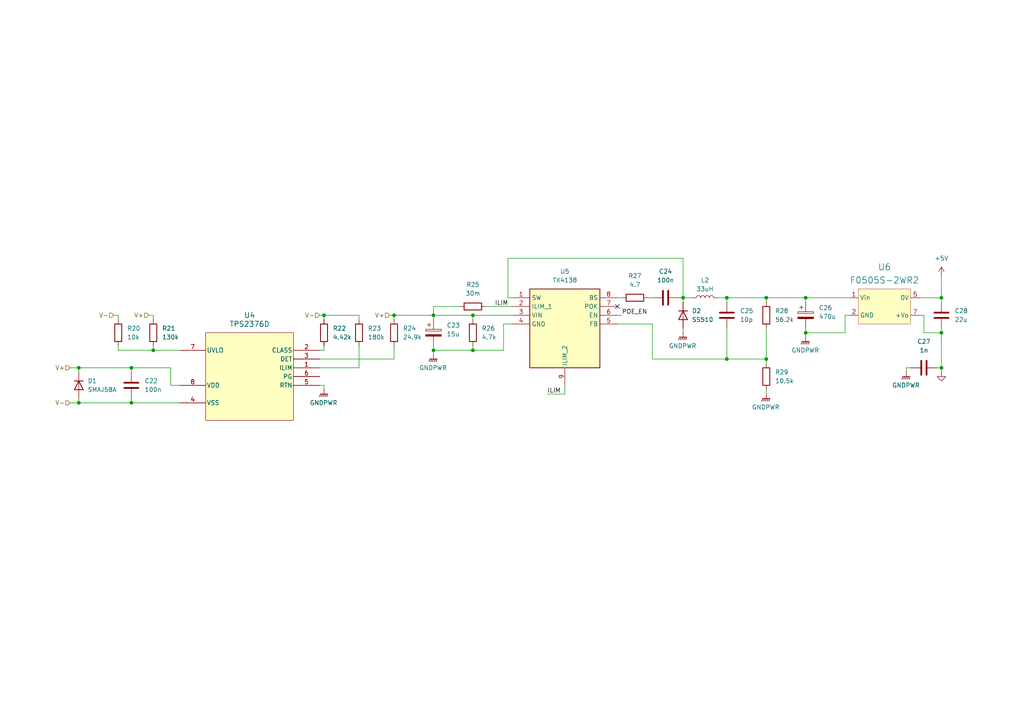
<source format=kicad_sch>
(kicad_sch
	(version 20250114)
	(generator "eeschema")
	(generator_version "9.0")
	(uuid "70a8423e-339e-4693-94a1-c7a59675f03d")
	(paper "A4")
	(lib_symbols
		(symbol "Device:C"
			(pin_numbers
				(hide yes)
			)
			(pin_names
				(offset 0.254)
			)
			(exclude_from_sim no)
			(in_bom yes)
			(on_board yes)
			(property "Reference" "C"
				(at 0.635 2.54 0)
				(effects
					(font
						(size 1.27 1.27)
					)
					(justify left)
				)
			)
			(property "Value" "C"
				(at 0.635 -2.54 0)
				(effects
					(font
						(size 1.27 1.27)
					)
					(justify left)
				)
			)
			(property "Footprint" ""
				(at 0.9652 -3.81 0)
				(effects
					(font
						(size 1.27 1.27)
					)
					(hide yes)
				)
			)
			(property "Datasheet" "~"
				(at 0 0 0)
				(effects
					(font
						(size 1.27 1.27)
					)
					(hide yes)
				)
			)
			(property "Description" "Unpolarized capacitor"
				(at 0 0 0)
				(effects
					(font
						(size 1.27 1.27)
					)
					(hide yes)
				)
			)
			(property "ki_keywords" "cap capacitor"
				(at 0 0 0)
				(effects
					(font
						(size 1.27 1.27)
					)
					(hide yes)
				)
			)
			(property "ki_fp_filters" "C_*"
				(at 0 0 0)
				(effects
					(font
						(size 1.27 1.27)
					)
					(hide yes)
				)
			)
			(symbol "C_0_1"
				(polyline
					(pts
						(xy -2.032 0.762) (xy 2.032 0.762)
					)
					(stroke
						(width 0.508)
						(type default)
					)
					(fill
						(type none)
					)
				)
				(polyline
					(pts
						(xy -2.032 -0.762) (xy 2.032 -0.762)
					)
					(stroke
						(width 0.508)
						(type default)
					)
					(fill
						(type none)
					)
				)
			)
			(symbol "C_1_1"
				(pin passive line
					(at 0 3.81 270)
					(length 2.794)
					(name "~"
						(effects
							(font
								(size 1.27 1.27)
							)
						)
					)
					(number "1"
						(effects
							(font
								(size 1.27 1.27)
							)
						)
					)
				)
				(pin passive line
					(at 0 -3.81 90)
					(length 2.794)
					(name "~"
						(effects
							(font
								(size 1.27 1.27)
							)
						)
					)
					(number "2"
						(effects
							(font
								(size 1.27 1.27)
							)
						)
					)
				)
			)
			(embedded_fonts no)
		)
		(symbol "Device:C_Polarized"
			(pin_numbers
				(hide yes)
			)
			(pin_names
				(offset 0.254)
			)
			(exclude_from_sim no)
			(in_bom yes)
			(on_board yes)
			(property "Reference" "C"
				(at 0.635 2.54 0)
				(effects
					(font
						(size 1.27 1.27)
					)
					(justify left)
				)
			)
			(property "Value" "C_Polarized"
				(at 0.635 -2.54 0)
				(effects
					(font
						(size 1.27 1.27)
					)
					(justify left)
				)
			)
			(property "Footprint" ""
				(at 0.9652 -3.81 0)
				(effects
					(font
						(size 1.27 1.27)
					)
					(hide yes)
				)
			)
			(property "Datasheet" "~"
				(at 0 0 0)
				(effects
					(font
						(size 1.27 1.27)
					)
					(hide yes)
				)
			)
			(property "Description" "Polarized capacitor"
				(at 0 0 0)
				(effects
					(font
						(size 1.27 1.27)
					)
					(hide yes)
				)
			)
			(property "ki_keywords" "cap capacitor"
				(at 0 0 0)
				(effects
					(font
						(size 1.27 1.27)
					)
					(hide yes)
				)
			)
			(property "ki_fp_filters" "CP_*"
				(at 0 0 0)
				(effects
					(font
						(size 1.27 1.27)
					)
					(hide yes)
				)
			)
			(symbol "C_Polarized_0_1"
				(rectangle
					(start -2.286 0.508)
					(end 2.286 1.016)
					(stroke
						(width 0)
						(type default)
					)
					(fill
						(type none)
					)
				)
				(polyline
					(pts
						(xy -1.778 2.286) (xy -0.762 2.286)
					)
					(stroke
						(width 0)
						(type default)
					)
					(fill
						(type none)
					)
				)
				(polyline
					(pts
						(xy -1.27 2.794) (xy -1.27 1.778)
					)
					(stroke
						(width 0)
						(type default)
					)
					(fill
						(type none)
					)
				)
				(rectangle
					(start 2.286 -0.508)
					(end -2.286 -1.016)
					(stroke
						(width 0)
						(type default)
					)
					(fill
						(type outline)
					)
				)
			)
			(symbol "C_Polarized_1_1"
				(pin passive line
					(at 0 3.81 270)
					(length 2.794)
					(name "~"
						(effects
							(font
								(size 1.27 1.27)
							)
						)
					)
					(number "1"
						(effects
							(font
								(size 1.27 1.27)
							)
						)
					)
				)
				(pin passive line
					(at 0 -3.81 90)
					(length 2.794)
					(name "~"
						(effects
							(font
								(size 1.27 1.27)
							)
						)
					)
					(number "2"
						(effects
							(font
								(size 1.27 1.27)
							)
						)
					)
				)
			)
			(embedded_fonts no)
		)
		(symbol "Device:D"
			(pin_numbers
				(hide yes)
			)
			(pin_names
				(offset 1.016)
				(hide yes)
			)
			(exclude_from_sim no)
			(in_bom yes)
			(on_board yes)
			(property "Reference" "D"
				(at 0 2.54 0)
				(effects
					(font
						(size 1.27 1.27)
					)
				)
			)
			(property "Value" "D"
				(at 0 -2.54 0)
				(effects
					(font
						(size 1.27 1.27)
					)
				)
			)
			(property "Footprint" ""
				(at 0 0 0)
				(effects
					(font
						(size 1.27 1.27)
					)
					(hide yes)
				)
			)
			(property "Datasheet" "~"
				(at 0 0 0)
				(effects
					(font
						(size 1.27 1.27)
					)
					(hide yes)
				)
			)
			(property "Description" "Diode"
				(at 0 0 0)
				(effects
					(font
						(size 1.27 1.27)
					)
					(hide yes)
				)
			)
			(property "Sim.Device" "D"
				(at 0 0 0)
				(effects
					(font
						(size 1.27 1.27)
					)
					(hide yes)
				)
			)
			(property "Sim.Pins" "1=K 2=A"
				(at 0 0 0)
				(effects
					(font
						(size 1.27 1.27)
					)
					(hide yes)
				)
			)
			(property "ki_keywords" "diode"
				(at 0 0 0)
				(effects
					(font
						(size 1.27 1.27)
					)
					(hide yes)
				)
			)
			(property "ki_fp_filters" "TO-???* *_Diode_* *SingleDiode* D_*"
				(at 0 0 0)
				(effects
					(font
						(size 1.27 1.27)
					)
					(hide yes)
				)
			)
			(symbol "D_0_1"
				(polyline
					(pts
						(xy -1.27 1.27) (xy -1.27 -1.27)
					)
					(stroke
						(width 0.254)
						(type default)
					)
					(fill
						(type none)
					)
				)
				(polyline
					(pts
						(xy 1.27 1.27) (xy 1.27 -1.27) (xy -1.27 0) (xy 1.27 1.27)
					)
					(stroke
						(width 0.254)
						(type default)
					)
					(fill
						(type none)
					)
				)
				(polyline
					(pts
						(xy 1.27 0) (xy -1.27 0)
					)
					(stroke
						(width 0)
						(type default)
					)
					(fill
						(type none)
					)
				)
			)
			(symbol "D_1_1"
				(pin passive line
					(at -3.81 0 0)
					(length 2.54)
					(name "K"
						(effects
							(font
								(size 1.27 1.27)
							)
						)
					)
					(number "1"
						(effects
							(font
								(size 1.27 1.27)
							)
						)
					)
				)
				(pin passive line
					(at 3.81 0 180)
					(length 2.54)
					(name "A"
						(effects
							(font
								(size 1.27 1.27)
							)
						)
					)
					(number "2"
						(effects
							(font
								(size 1.27 1.27)
							)
						)
					)
				)
			)
			(embedded_fonts no)
		)
		(symbol "Device:L"
			(pin_numbers
				(hide yes)
			)
			(pin_names
				(offset 1.016)
				(hide yes)
			)
			(exclude_from_sim no)
			(in_bom yes)
			(on_board yes)
			(property "Reference" "L"
				(at -1.27 0 90)
				(effects
					(font
						(size 1.27 1.27)
					)
				)
			)
			(property "Value" "L"
				(at 1.905 0 90)
				(effects
					(font
						(size 1.27 1.27)
					)
				)
			)
			(property "Footprint" ""
				(at 0 0 0)
				(effects
					(font
						(size 1.27 1.27)
					)
					(hide yes)
				)
			)
			(property "Datasheet" "~"
				(at 0 0 0)
				(effects
					(font
						(size 1.27 1.27)
					)
					(hide yes)
				)
			)
			(property "Description" "Inductor"
				(at 0 0 0)
				(effects
					(font
						(size 1.27 1.27)
					)
					(hide yes)
				)
			)
			(property "ki_keywords" "inductor choke coil reactor magnetic"
				(at 0 0 0)
				(effects
					(font
						(size 1.27 1.27)
					)
					(hide yes)
				)
			)
			(property "ki_fp_filters" "Choke_* *Coil* Inductor_* L_*"
				(at 0 0 0)
				(effects
					(font
						(size 1.27 1.27)
					)
					(hide yes)
				)
			)
			(symbol "L_0_1"
				(arc
					(start 0 2.54)
					(mid 0.6323 1.905)
					(end 0 1.27)
					(stroke
						(width 0)
						(type default)
					)
					(fill
						(type none)
					)
				)
				(arc
					(start 0 1.27)
					(mid 0.6323 0.635)
					(end 0 0)
					(stroke
						(width 0)
						(type default)
					)
					(fill
						(type none)
					)
				)
				(arc
					(start 0 0)
					(mid 0.6323 -0.635)
					(end 0 -1.27)
					(stroke
						(width 0)
						(type default)
					)
					(fill
						(type none)
					)
				)
				(arc
					(start 0 -1.27)
					(mid 0.6323 -1.905)
					(end 0 -2.54)
					(stroke
						(width 0)
						(type default)
					)
					(fill
						(type none)
					)
				)
			)
			(symbol "L_1_1"
				(pin passive line
					(at 0 3.81 270)
					(length 1.27)
					(name "1"
						(effects
							(font
								(size 1.27 1.27)
							)
						)
					)
					(number "1"
						(effects
							(font
								(size 1.27 1.27)
							)
						)
					)
				)
				(pin passive line
					(at 0 -3.81 90)
					(length 1.27)
					(name "2"
						(effects
							(font
								(size 1.27 1.27)
							)
						)
					)
					(number "2"
						(effects
							(font
								(size 1.27 1.27)
							)
						)
					)
				)
			)
			(embedded_fonts no)
		)
		(symbol "Device:R"
			(pin_numbers
				(hide yes)
			)
			(pin_names
				(offset 0)
			)
			(exclude_from_sim no)
			(in_bom yes)
			(on_board yes)
			(property "Reference" "R"
				(at 2.032 0 90)
				(effects
					(font
						(size 1.27 1.27)
					)
				)
			)
			(property "Value" "R"
				(at 0 0 90)
				(effects
					(font
						(size 1.27 1.27)
					)
				)
			)
			(property "Footprint" ""
				(at -1.778 0 90)
				(effects
					(font
						(size 1.27 1.27)
					)
					(hide yes)
				)
			)
			(property "Datasheet" "~"
				(at 0 0 0)
				(effects
					(font
						(size 1.27 1.27)
					)
					(hide yes)
				)
			)
			(property "Description" "Resistor"
				(at 0 0 0)
				(effects
					(font
						(size 1.27 1.27)
					)
					(hide yes)
				)
			)
			(property "ki_keywords" "R res resistor"
				(at 0 0 0)
				(effects
					(font
						(size 1.27 1.27)
					)
					(hide yes)
				)
			)
			(property "ki_fp_filters" "R_*"
				(at 0 0 0)
				(effects
					(font
						(size 1.27 1.27)
					)
					(hide yes)
				)
			)
			(symbol "R_0_1"
				(rectangle
					(start -1.016 -2.54)
					(end 1.016 2.54)
					(stroke
						(width 0.254)
						(type default)
					)
					(fill
						(type none)
					)
				)
			)
			(symbol "R_1_1"
				(pin passive line
					(at 0 3.81 270)
					(length 1.27)
					(name "~"
						(effects
							(font
								(size 1.27 1.27)
							)
						)
					)
					(number "1"
						(effects
							(font
								(size 1.27 1.27)
							)
						)
					)
				)
				(pin passive line
					(at 0 -3.81 90)
					(length 1.27)
					(name "~"
						(effects
							(font
								(size 1.27 1.27)
							)
						)
					)
					(number "2"
						(effects
							(font
								(size 1.27 1.27)
							)
						)
					)
				)
			)
			(embedded_fonts no)
		)
		(symbol "Tutor_Common_Parts:F0505S-2WR2"
			(exclude_from_sim no)
			(in_bom yes)
			(on_board yes)
			(property "Reference" "U"
				(at -1.27 1.27 0)
				(effects
					(font
						(size 1.8288 1.8288)
					)
				)
			)
			(property "Value" "F0505S-2WR2"
				(at -1.27 -3.81 0)
				(effects
					(font
						(size 1.8288 1.8288)
					)
					(justify left bottom)
				)
			)
			(property "Footprint" "Tutor_Common_Parts:F0505S-2WR2"
				(at 0 0 0)
				(effects
					(font
						(size 1.27 1.27)
					)
					(hide yes)
				)
			)
			(property "Datasheet" "https://www.mornsun-power.com/html/pdf/F0505S-2WR2.html"
				(at 0 0 0)
				(effects
					(font
						(size 1.27 1.27)
					)
					(hide yes)
				)
			)
			(property "Description" ""
				(at 0 0 0)
				(effects
					(font
						(size 1.27 1.27)
					)
					(hide yes)
				)
			)
			(symbol "F0505S-2WR2_1_0"
				(rectangle
					(start 0 5.08)
					(end -15.24 -5.08)
					(stroke
						(width 0.0254)
						(type solid)
						(color 128 0 0 1)
					)
					(fill
						(type background)
					)
				)
				(pin passive line
					(at -17.78 2.54 0)
					(length 2.54)
					(name "Vin"
						(effects
							(font
								(size 1.27 1.27)
							)
						)
					)
					(number "1"
						(effects
							(font
								(size 1.27 1.27)
							)
						)
					)
				)
				(pin passive line
					(at -17.78 -2.54 0)
					(length 2.54)
					(name "GND"
						(effects
							(font
								(size 1.27 1.27)
							)
						)
					)
					(number "2"
						(effects
							(font
								(size 1.27 1.27)
							)
						)
					)
				)
				(pin passive line
					(at 2.54 2.54 180)
					(length 2.54)
					(name "0V"
						(effects
							(font
								(size 1.27 1.27)
							)
						)
					)
					(number "5"
						(effects
							(font
								(size 1.27 1.27)
							)
						)
					)
				)
				(pin passive line
					(at 2.54 -2.54 180)
					(length 2.54)
					(name "+Vo"
						(effects
							(font
								(size 1.27 1.27)
							)
						)
					)
					(number "7"
						(effects
							(font
								(size 1.27 1.27)
							)
						)
					)
				)
			)
			(embedded_fonts no)
		)
		(symbol "Tutor_Common_Parts:TPS2376D"
			(pin_names
				(offset 0.254)
			)
			(exclude_from_sim no)
			(in_bom yes)
			(on_board yes)
			(property "Reference" "U"
				(at 20.32 10.16 0)
				(effects
					(font
						(size 1.524 1.524)
					)
				)
			)
			(property "Value" "TPS2376D"
				(at 20.32 7.62 0)
				(effects
					(font
						(size 1.524 1.524)
					)
				)
			)
			(property "Footprint" "Package_SO:SOIC-8_3.9x4.9mm_P1.27mm"
				(at 0 0 0)
				(effects
					(font
						(size 1.27 1.27)
						(italic yes)
					)
					(hide yes)
				)
			)
			(property "Datasheet" "https://www.ti.com/lit/ds/symlink/tps2376.pdf?ts=1750104631869"
				(at 0 0 0)
				(effects
					(font
						(size 1.27 1.27)
						(italic yes)
					)
					(hide yes)
				)
			)
			(property "Description" ""
				(at 0 0 0)
				(effects
					(font
						(size 1.27 1.27)
					)
					(hide yes)
				)
			)
			(property "ki_keywords" "TPS2376D"
				(at 0 0 0)
				(effects
					(font
						(size 1.27 1.27)
					)
					(hide yes)
				)
			)
			(property "ki_fp_filters" "D8 D8-M D8-L"
				(at 0 0 0)
				(effects
					(font
						(size 1.27 1.27)
					)
					(hide yes)
				)
			)
			(symbol "TPS2376D_0_1"
				(pin input line
					(at 0 0 0)
					(length 7.62)
					(name "UVLO"
						(effects
							(font
								(size 1.27 1.27)
							)
						)
					)
					(number "7"
						(effects
							(font
								(size 1.27 1.27)
							)
						)
					)
				)
				(pin input line
					(at 0 -10.16 0)
					(length 7.62)
					(name "VDD"
						(effects
							(font
								(size 1.27 1.27)
							)
						)
					)
					(number "8"
						(effects
							(font
								(size 1.27 1.27)
							)
						)
					)
				)
				(pin input line
					(at 0 -15.24 0)
					(length 7.62)
					(name "VSS"
						(effects
							(font
								(size 1.27 1.27)
							)
						)
					)
					(number "4"
						(effects
							(font
								(size 1.27 1.27)
							)
						)
					)
				)
				(pin output line
					(at 40.64 0 180)
					(length 7.62)
					(name "CLASS"
						(effects
							(font
								(size 1.27 1.27)
							)
						)
					)
					(number "2"
						(effects
							(font
								(size 1.27 1.27)
							)
						)
					)
				)
				(pin output line
					(at 40.64 -2.54 180)
					(length 7.62)
					(name "DET"
						(effects
							(font
								(size 1.27 1.27)
							)
						)
					)
					(number "3"
						(effects
							(font
								(size 1.27 1.27)
							)
						)
					)
				)
				(pin output line
					(at 40.64 -5.08 180)
					(length 7.62)
					(name "ILIM"
						(effects
							(font
								(size 1.27 1.27)
							)
						)
					)
					(number "1"
						(effects
							(font
								(size 1.27 1.27)
							)
						)
					)
				)
				(pin output line
					(at 40.64 -7.62 180)
					(length 7.62)
					(name "PG"
						(effects
							(font
								(size 1.27 1.27)
							)
						)
					)
					(number "6"
						(effects
							(font
								(size 1.27 1.27)
							)
						)
					)
				)
				(pin output line
					(at 40.64 -10.16 180)
					(length 7.62)
					(name "RTN"
						(effects
							(font
								(size 1.27 1.27)
							)
						)
					)
					(number "5"
						(effects
							(font
								(size 1.27 1.27)
							)
						)
					)
				)
			)
			(symbol "TPS2376D_1_1"
				(rectangle
					(start 7.62 5.08)
					(end 33.02 -20.32)
					(stroke
						(width 0)
						(type solid)
					)
					(fill
						(type background)
					)
				)
			)
			(embedded_fonts no)
		)
		(symbol "Tutor_Common_Parts:TX4138"
			(exclude_from_sim no)
			(in_bom yes)
			(on_board yes)
			(property "Reference" "U"
				(at 26.67 7.62 0)
				(effects
					(font
						(size 1.27 1.27)
					)
					(justify left top)
				)
			)
			(property "Value" "TX4138"
				(at 26.67 5.08 0)
				(effects
					(font
						(size 1.27 1.27)
					)
					(justify left top)
				)
			)
			(property "Footprint" "Package_SO:SOIC-8_3.9x4.9mm_P1.27mm"
				(at 26.67 -94.92 0)
				(effects
					(font
						(size 1.27 1.27)
					)
					(justify left top)
					(hide yes)
				)
			)
			(property "Datasheet" "https://datasheet.lcsc.com/szlcsc/XDS-TX4138_C329267.pdf"
				(at 26.67 -194.92 0)
				(effects
					(font
						(size 1.27 1.27)
					)
					(justify left top)
					(hide yes)
				)
			)
			(property "Description" "DC-DC Converters Step-Down Adjustable 1 4.5V 60V 0.8V 40V 4A ESOIC-8 RoHS"
				(at 0 0 0)
				(effects
					(font
						(size 1.27 1.27)
					)
					(hide yes)
				)
			)
			(property "Height" "1.65"
				(at 26.67 -394.92 0)
				(effects
					(font
						(size 1.27 1.27)
					)
					(justify left top)
					(hide yes)
				)
			)
			(property "Manufacturer_Name" "XDS"
				(at 26.67 -494.92 0)
				(effects
					(font
						(size 1.27 1.27)
					)
					(justify left top)
					(hide yes)
				)
			)
			(property "Manufacturer_Part_Number" "TX4138"
				(at 26.67 -594.92 0)
				(effects
					(font
						(size 1.27 1.27)
					)
					(justify left top)
					(hide yes)
				)
			)
			(property "Mouser Part Number" ""
				(at 26.67 -694.92 0)
				(effects
					(font
						(size 1.27 1.27)
					)
					(justify left top)
					(hide yes)
				)
			)
			(property "Mouser Price/Stock" ""
				(at 26.67 -794.92 0)
				(effects
					(font
						(size 1.27 1.27)
					)
					(justify left top)
					(hide yes)
				)
			)
			(property "Arrow Part Number" ""
				(at 26.67 -894.92 0)
				(effects
					(font
						(size 1.27 1.27)
					)
					(justify left top)
					(hide yes)
				)
			)
			(property "Arrow Price/Stock" ""
				(at 26.67 -994.92 0)
				(effects
					(font
						(size 1.27 1.27)
					)
					(justify left top)
					(hide yes)
				)
			)
			(symbol "TX4138_1_1"
				(rectangle
					(start 5.08 2.54)
					(end 25.4 -20.32)
					(stroke
						(width 0.254)
						(type default)
					)
					(fill
						(type background)
					)
				)
				(pin passive line
					(at 0 0 0)
					(length 5.08)
					(name "SW"
						(effects
							(font
								(size 1.27 1.27)
							)
						)
					)
					(number "1"
						(effects
							(font
								(size 1.27 1.27)
							)
						)
					)
				)
				(pin passive line
					(at 0 -2.54 0)
					(length 5.08)
					(name "ILIM_1"
						(effects
							(font
								(size 1.27 1.27)
							)
						)
					)
					(number "2"
						(effects
							(font
								(size 1.27 1.27)
							)
						)
					)
				)
				(pin passive line
					(at 0 -5.08 0)
					(length 5.08)
					(name "VIN"
						(effects
							(font
								(size 1.27 1.27)
							)
						)
					)
					(number "3"
						(effects
							(font
								(size 1.27 1.27)
							)
						)
					)
				)
				(pin passive line
					(at 0 -7.62 0)
					(length 5.08)
					(name "GND"
						(effects
							(font
								(size 1.27 1.27)
							)
						)
					)
					(number "4"
						(effects
							(font
								(size 1.27 1.27)
							)
						)
					)
				)
				(pin passive line
					(at 15.24 -25.4 90)
					(length 5.08)
					(name "ILIM_2"
						(effects
							(font
								(size 1.27 1.27)
							)
						)
					)
					(number "9"
						(effects
							(font
								(size 1.27 1.27)
							)
						)
					)
				)
				(pin passive line
					(at 30.48 0 180)
					(length 5.08)
					(name "BS"
						(effects
							(font
								(size 1.27 1.27)
							)
						)
					)
					(number "8"
						(effects
							(font
								(size 1.27 1.27)
							)
						)
					)
				)
				(pin passive line
					(at 30.48 -2.54 180)
					(length 5.08)
					(name "POK"
						(effects
							(font
								(size 1.27 1.27)
							)
						)
					)
					(number "7"
						(effects
							(font
								(size 1.27 1.27)
							)
						)
					)
				)
				(pin passive line
					(at 30.48 -5.08 180)
					(length 5.08)
					(name "EN"
						(effects
							(font
								(size 1.27 1.27)
							)
						)
					)
					(number "6"
						(effects
							(font
								(size 1.27 1.27)
							)
						)
					)
				)
				(pin passive line
					(at 30.48 -7.62 180)
					(length 5.08)
					(name "FB"
						(effects
							(font
								(size 1.27 1.27)
							)
						)
					)
					(number "5"
						(effects
							(font
								(size 1.27 1.27)
							)
						)
					)
				)
			)
			(embedded_fonts no)
		)
		(symbol "power:+5V"
			(power)
			(pin_numbers
				(hide yes)
			)
			(pin_names
				(offset 0)
				(hide yes)
			)
			(exclude_from_sim no)
			(in_bom yes)
			(on_board yes)
			(property "Reference" "#PWR"
				(at 0 -3.81 0)
				(effects
					(font
						(size 1.27 1.27)
					)
					(hide yes)
				)
			)
			(property "Value" "+5V"
				(at 0 3.556 0)
				(effects
					(font
						(size 1.27 1.27)
					)
				)
			)
			(property "Footprint" ""
				(at 0 0 0)
				(effects
					(font
						(size 1.27 1.27)
					)
					(hide yes)
				)
			)
			(property "Datasheet" ""
				(at 0 0 0)
				(effects
					(font
						(size 1.27 1.27)
					)
					(hide yes)
				)
			)
			(property "Description" "Power symbol creates a global label with name \"+5V\""
				(at 0 0 0)
				(effects
					(font
						(size 1.27 1.27)
					)
					(hide yes)
				)
			)
			(property "ki_keywords" "global power"
				(at 0 0 0)
				(effects
					(font
						(size 1.27 1.27)
					)
					(hide yes)
				)
			)
			(symbol "+5V_0_1"
				(polyline
					(pts
						(xy -0.762 1.27) (xy 0 2.54)
					)
					(stroke
						(width 0)
						(type default)
					)
					(fill
						(type none)
					)
				)
				(polyline
					(pts
						(xy 0 2.54) (xy 0.762 1.27)
					)
					(stroke
						(width 0)
						(type default)
					)
					(fill
						(type none)
					)
				)
				(polyline
					(pts
						(xy 0 0) (xy 0 2.54)
					)
					(stroke
						(width 0)
						(type default)
					)
					(fill
						(type none)
					)
				)
			)
			(symbol "+5V_1_1"
				(pin power_in line
					(at 0 0 90)
					(length 0)
					(name "~"
						(effects
							(font
								(size 1.27 1.27)
							)
						)
					)
					(number "1"
						(effects
							(font
								(size 1.27 1.27)
							)
						)
					)
				)
			)
			(embedded_fonts no)
		)
		(symbol "power:GND"
			(power)
			(pin_numbers
				(hide yes)
			)
			(pin_names
				(offset 0)
				(hide yes)
			)
			(exclude_from_sim no)
			(in_bom yes)
			(on_board yes)
			(property "Reference" "#PWR"
				(at 0 -6.35 0)
				(effects
					(font
						(size 1.27 1.27)
					)
					(hide yes)
				)
			)
			(property "Value" "GND"
				(at 0 -3.81 0)
				(effects
					(font
						(size 1.27 1.27)
					)
				)
			)
			(property "Footprint" ""
				(at 0 0 0)
				(effects
					(font
						(size 1.27 1.27)
					)
					(hide yes)
				)
			)
			(property "Datasheet" ""
				(at 0 0 0)
				(effects
					(font
						(size 1.27 1.27)
					)
					(hide yes)
				)
			)
			(property "Description" "Power symbol creates a global label with name \"GND\" , ground"
				(at 0 0 0)
				(effects
					(font
						(size 1.27 1.27)
					)
					(hide yes)
				)
			)
			(property "ki_keywords" "global power"
				(at 0 0 0)
				(effects
					(font
						(size 1.27 1.27)
					)
					(hide yes)
				)
			)
			(symbol "GND_0_1"
				(polyline
					(pts
						(xy 0 0) (xy 0 -1.27) (xy 1.27 -1.27) (xy 0 -2.54) (xy -1.27 -1.27) (xy 0 -1.27)
					)
					(stroke
						(width 0)
						(type default)
					)
					(fill
						(type none)
					)
				)
			)
			(symbol "GND_1_1"
				(pin power_in line
					(at 0 0 270)
					(length 0)
					(name "~"
						(effects
							(font
								(size 1.27 1.27)
							)
						)
					)
					(number "1"
						(effects
							(font
								(size 1.27 1.27)
							)
						)
					)
				)
			)
			(embedded_fonts no)
		)
		(symbol "power:GNDPWR"
			(power)
			(pin_numbers
				(hide yes)
			)
			(pin_names
				(offset 0)
				(hide yes)
			)
			(exclude_from_sim no)
			(in_bom yes)
			(on_board yes)
			(property "Reference" "#PWR"
				(at 0 -5.08 0)
				(effects
					(font
						(size 1.27 1.27)
					)
					(hide yes)
				)
			)
			(property "Value" "GNDPWR"
				(at 0 -3.302 0)
				(effects
					(font
						(size 1.27 1.27)
					)
				)
			)
			(property "Footprint" ""
				(at 0 -1.27 0)
				(effects
					(font
						(size 1.27 1.27)
					)
					(hide yes)
				)
			)
			(property "Datasheet" ""
				(at 0 -1.27 0)
				(effects
					(font
						(size 1.27 1.27)
					)
					(hide yes)
				)
			)
			(property "Description" "Power symbol creates a global label with name \"GNDPWR\" , global ground"
				(at 0 0 0)
				(effects
					(font
						(size 1.27 1.27)
					)
					(hide yes)
				)
			)
			(property "ki_keywords" "global ground"
				(at 0 0 0)
				(effects
					(font
						(size 1.27 1.27)
					)
					(hide yes)
				)
			)
			(symbol "GNDPWR_0_1"
				(polyline
					(pts
						(xy -1.016 -1.27) (xy -1.27 -2.032) (xy -1.27 -2.032)
					)
					(stroke
						(width 0.2032)
						(type default)
					)
					(fill
						(type none)
					)
				)
				(polyline
					(pts
						(xy -0.508 -1.27) (xy -0.762 -2.032) (xy -0.762 -2.032)
					)
					(stroke
						(width 0.2032)
						(type default)
					)
					(fill
						(type none)
					)
				)
				(polyline
					(pts
						(xy 0 -1.27) (xy 0 0)
					)
					(stroke
						(width 0)
						(type default)
					)
					(fill
						(type none)
					)
				)
				(polyline
					(pts
						(xy 0 -1.27) (xy -0.254 -2.032) (xy -0.254 -2.032)
					)
					(stroke
						(width 0.2032)
						(type default)
					)
					(fill
						(type none)
					)
				)
				(polyline
					(pts
						(xy 0.508 -1.27) (xy 0.254 -2.032) (xy 0.254 -2.032)
					)
					(stroke
						(width 0.2032)
						(type default)
					)
					(fill
						(type none)
					)
				)
				(polyline
					(pts
						(xy 1.016 -1.27) (xy -1.016 -1.27) (xy -1.016 -1.27)
					)
					(stroke
						(width 0.2032)
						(type default)
					)
					(fill
						(type none)
					)
				)
				(polyline
					(pts
						(xy 1.016 -1.27) (xy 0.762 -2.032) (xy 0.762 -2.032) (xy 0.762 -2.032)
					)
					(stroke
						(width 0.2032)
						(type default)
					)
					(fill
						(type none)
					)
				)
			)
			(symbol "GNDPWR_1_1"
				(pin power_in line
					(at 0 0 270)
					(length 0)
					(name "~"
						(effects
							(font
								(size 1.27 1.27)
							)
						)
					)
					(number "1"
						(effects
							(font
								(size 1.27 1.27)
							)
						)
					)
				)
			)
			(embedded_fonts no)
		)
	)
	(junction
		(at 93.98 91.44)
		(diameter 0)
		(color 0 0 0 0)
		(uuid "0091bc2d-b6b2-4a26-83d8-bc06f8c276ee")
	)
	(junction
		(at 22.86 106.68)
		(diameter 0)
		(color 0 0 0 0)
		(uuid "0eb7e4b5-a98d-41b9-bb9d-676bb26acfce")
	)
	(junction
		(at 38.1 116.84)
		(diameter 0)
		(color 0 0 0 0)
		(uuid "101f2ce2-8994-4eb4-9e8c-c13139eb2f8c")
	)
	(junction
		(at 198.12 86.36)
		(diameter 0)
		(color 0 0 0 0)
		(uuid "1253a890-70d6-41ee-9bc7-21e95c7420d3")
	)
	(junction
		(at 137.16 91.44)
		(diameter 0)
		(color 0 0 0 0)
		(uuid "262343cf-c785-4bd4-8fb0-cb7274ac34cf")
	)
	(junction
		(at 273.05 96.52)
		(diameter 0)
		(color 0 0 0 0)
		(uuid "325374b6-5519-4e82-82ae-6192628cb35d")
	)
	(junction
		(at 222.25 86.36)
		(diameter 0)
		(color 0 0 0 0)
		(uuid "428571ea-4f79-4a87-868b-ba2672e79476")
	)
	(junction
		(at 114.3 91.44)
		(diameter 0)
		(color 0 0 0 0)
		(uuid "55c952df-edd0-4a1e-bce3-28b6b4a931a6")
	)
	(junction
		(at 233.68 96.52)
		(diameter 0)
		(color 0 0 0 0)
		(uuid "5f69977c-9463-49e2-a723-1d944003dee1")
	)
	(junction
		(at 210.82 104.14)
		(diameter 0)
		(color 0 0 0 0)
		(uuid "64761866-ab88-443a-a2d0-40d3a0ffa62b")
	)
	(junction
		(at 22.86 116.84)
		(diameter 0)
		(color 0 0 0 0)
		(uuid "6e2c2faa-6d7d-4c31-9936-de9faf75c1e4")
	)
	(junction
		(at 222.25 104.14)
		(diameter 0)
		(color 0 0 0 0)
		(uuid "6f801fc2-472b-4481-a2af-fc02c11618d2")
	)
	(junction
		(at 44.45 101.6)
		(diameter 0)
		(color 0 0 0 0)
		(uuid "7cf84f5a-7d62-41f4-bbf4-360f087e8a68")
	)
	(junction
		(at 137.16 101.6)
		(diameter 0)
		(color 0 0 0 0)
		(uuid "9d9f7da5-11dd-4815-afc6-3e719a4503b0")
	)
	(junction
		(at 125.73 101.6)
		(diameter 0)
		(color 0 0 0 0)
		(uuid "cb0b7d3c-6bbd-4b6e-9845-c7c85face5e9")
	)
	(junction
		(at 210.82 86.36)
		(diameter 0)
		(color 0 0 0 0)
		(uuid "d26b12a6-9a72-4e2e-9820-80ed799cad50")
	)
	(junction
		(at 125.73 91.44)
		(diameter 0)
		(color 0 0 0 0)
		(uuid "d5d65e0a-5267-4215-87e1-766af4b9ee24")
	)
	(junction
		(at 233.68 86.36)
		(diameter 0)
		(color 0 0 0 0)
		(uuid "d81325e4-7739-4d7d-aa21-0953dc3faaad")
	)
	(junction
		(at 273.05 106.68)
		(diameter 0)
		(color 0 0 0 0)
		(uuid "dbb695ff-fc69-46c6-8128-0b23648041da")
	)
	(junction
		(at 38.1 106.68)
		(diameter 0)
		(color 0 0 0 0)
		(uuid "dde74ac3-c7c1-4be2-ba62-c23b94244659")
	)
	(junction
		(at 273.05 86.36)
		(diameter 0)
		(color 0 0 0 0)
		(uuid "e60144d9-fa47-4281-a8e3-e3d01e37b8b3")
	)
	(no_connect
		(at 179.07 88.9)
		(uuid "5b49efa5-a62f-42df-9e3e-6915582fd1d5")
	)
	(wire
		(pts
			(xy 146.05 93.98) (xy 146.05 101.6)
		)
		(stroke
			(width 0)
			(type default)
		)
		(uuid "05bda872-881b-4b15-9e48-6b0a3774ea10")
	)
	(wire
		(pts
			(xy 179.07 93.98) (xy 189.23 93.98)
		)
		(stroke
			(width 0)
			(type default)
		)
		(uuid "0baa1336-28b5-4a41-a0bd-64b01f2b49e3")
	)
	(wire
		(pts
			(xy 233.68 87.63) (xy 233.68 86.36)
		)
		(stroke
			(width 0)
			(type default)
		)
		(uuid "0ef7678a-75e2-4ed3-adeb-ad39932f9607")
	)
	(wire
		(pts
			(xy 163.83 111.76) (xy 163.83 114.3)
		)
		(stroke
			(width 0)
			(type default)
		)
		(uuid "16eb2150-0517-4812-9a4b-eefefaf303ff")
	)
	(wire
		(pts
			(xy 210.82 86.36) (xy 208.28 86.36)
		)
		(stroke
			(width 0)
			(type default)
		)
		(uuid "1a0b0bf7-9917-404b-86df-fb55cb0a2428")
	)
	(wire
		(pts
			(xy 20.32 116.84) (xy 22.86 116.84)
		)
		(stroke
			(width 0)
			(type default)
		)
		(uuid "1acd07dd-1337-4e01-9ca5-be1922fae574")
	)
	(wire
		(pts
			(xy 93.98 100.33) (xy 93.98 101.6)
		)
		(stroke
			(width 0)
			(type default)
		)
		(uuid "1bc7f10f-20b3-4108-b2a2-2001dafdb42d")
	)
	(wire
		(pts
			(xy 179.07 91.44) (xy 180.34 91.44)
		)
		(stroke
			(width 0)
			(type default)
		)
		(uuid "1d786c08-7635-413d-a649-f0c03dd073f0")
	)
	(wire
		(pts
			(xy 44.45 91.44) (xy 44.45 92.71)
		)
		(stroke
			(width 0)
			(type default)
		)
		(uuid "21afb446-0b70-4817-adf6-2beaf1a01615")
	)
	(wire
		(pts
			(xy 34.29 92.71) (xy 34.29 91.44)
		)
		(stroke
			(width 0)
			(type default)
		)
		(uuid "26ff5b5f-eab5-461a-ac99-eaa71e950e19")
	)
	(wire
		(pts
			(xy 44.45 101.6) (xy 34.29 101.6)
		)
		(stroke
			(width 0)
			(type default)
		)
		(uuid "29fbfe60-853d-442d-b3ed-fea810e9e0fe")
	)
	(wire
		(pts
			(xy 125.73 101.6) (xy 137.16 101.6)
		)
		(stroke
			(width 0)
			(type default)
		)
		(uuid "2dd860e9-7657-4d6c-b61f-204d274d78bf")
	)
	(wire
		(pts
			(xy 233.68 96.52) (xy 233.68 97.79)
		)
		(stroke
			(width 0)
			(type default)
		)
		(uuid "2e70a3b5-0353-4b9b-bae8-7ab4b1ef7e79")
	)
	(wire
		(pts
			(xy 104.14 91.44) (xy 104.14 92.71)
		)
		(stroke
			(width 0)
			(type default)
		)
		(uuid "2f22fe50-18bf-4063-9efa-875d656a0381")
	)
	(wire
		(pts
			(xy 198.12 86.36) (xy 198.12 87.63)
		)
		(stroke
			(width 0)
			(type default)
		)
		(uuid "311e1682-aae4-4b78-999b-601a0ba7e270")
	)
	(wire
		(pts
			(xy 148.59 86.36) (xy 147.32 86.36)
		)
		(stroke
			(width 0)
			(type default)
		)
		(uuid "31be4df4-f7d0-494f-a6dd-ee68a2b3fdfd")
	)
	(wire
		(pts
			(xy 271.78 106.68) (xy 273.05 106.68)
		)
		(stroke
			(width 0)
			(type default)
		)
		(uuid "31d71159-bf3f-402e-8093-972458abc790")
	)
	(wire
		(pts
			(xy 104.14 106.68) (xy 92.71 106.68)
		)
		(stroke
			(width 0)
			(type default)
		)
		(uuid "36c9b33a-60d9-4b7f-8370-729d241cc3f5")
	)
	(wire
		(pts
			(xy 262.89 107.95) (xy 262.89 106.68)
		)
		(stroke
			(width 0)
			(type default)
		)
		(uuid "39d121b1-44e8-48ae-b45a-0f0e0d940207")
	)
	(wire
		(pts
			(xy 52.07 101.6) (xy 44.45 101.6)
		)
		(stroke
			(width 0)
			(type default)
		)
		(uuid "3de53ba3-3ccf-41c9-a200-82052e4a27ab")
	)
	(wire
		(pts
			(xy 34.29 91.44) (xy 33.02 91.44)
		)
		(stroke
			(width 0)
			(type default)
		)
		(uuid "42591d0c-262c-4550-8212-06f04d053d25")
	)
	(wire
		(pts
			(xy 262.89 106.68) (xy 264.16 106.68)
		)
		(stroke
			(width 0)
			(type default)
		)
		(uuid "49d63eab-c8ac-4e1d-a138-e8eaef21bc9a")
	)
	(wire
		(pts
			(xy 198.12 86.36) (xy 200.66 86.36)
		)
		(stroke
			(width 0)
			(type default)
		)
		(uuid "4a3a2387-3cca-49b6-8fe1-daa6759e6296")
	)
	(wire
		(pts
			(xy 93.98 101.6) (xy 92.71 101.6)
		)
		(stroke
			(width 0)
			(type default)
		)
		(uuid "4a40da05-0206-45f4-b171-ac703d997a31")
	)
	(wire
		(pts
			(xy 38.1 106.68) (xy 22.86 106.68)
		)
		(stroke
			(width 0)
			(type default)
		)
		(uuid "4b998f7f-f282-45ee-addf-e93fd9978147")
	)
	(wire
		(pts
			(xy 22.86 106.68) (xy 22.86 107.95)
		)
		(stroke
			(width 0)
			(type default)
		)
		(uuid "4e2cb604-612f-494e-9496-fb6041976e48")
	)
	(wire
		(pts
			(xy 273.05 86.36) (xy 273.05 87.63)
		)
		(stroke
			(width 0)
			(type default)
		)
		(uuid "526d2654-6c73-430b-bfea-d2f6d3e4539f")
	)
	(wire
		(pts
			(xy 34.29 101.6) (xy 34.29 100.33)
		)
		(stroke
			(width 0)
			(type default)
		)
		(uuid "53310893-a702-4ea6-a6f3-0427e7c5faf8")
	)
	(wire
		(pts
			(xy 114.3 91.44) (xy 125.73 91.44)
		)
		(stroke
			(width 0)
			(type default)
		)
		(uuid "58895720-a199-40c9-ad89-9e55e6d27a60")
	)
	(wire
		(pts
			(xy 148.59 93.98) (xy 146.05 93.98)
		)
		(stroke
			(width 0)
			(type default)
		)
		(uuid "5a00a3e7-4cea-42d1-a2fa-590a25494a33")
	)
	(wire
		(pts
			(xy 147.32 86.36) (xy 147.32 74.93)
		)
		(stroke
			(width 0)
			(type default)
		)
		(uuid "5a9cd937-1408-4bb9-8834-6e8a044b83bd")
	)
	(wire
		(pts
			(xy 222.25 104.14) (xy 222.25 105.41)
		)
		(stroke
			(width 0)
			(type default)
		)
		(uuid "5d916664-94d8-433e-b602-d14a8af14289")
	)
	(wire
		(pts
			(xy 189.23 104.14) (xy 210.82 104.14)
		)
		(stroke
			(width 0)
			(type default)
		)
		(uuid "5ff9e932-85d9-4bd6-9655-b743f72120ea")
	)
	(wire
		(pts
			(xy 113.03 91.44) (xy 114.3 91.44)
		)
		(stroke
			(width 0)
			(type default)
		)
		(uuid "6357ed87-43f5-4782-aa61-64e51df303b7")
	)
	(wire
		(pts
			(xy 222.25 113.03) (xy 222.25 114.3)
		)
		(stroke
			(width 0)
			(type default)
		)
		(uuid "63a8829c-e686-4a07-b1c2-a0178dbe555b")
	)
	(wire
		(pts
			(xy 114.3 100.33) (xy 114.3 104.14)
		)
		(stroke
			(width 0)
			(type default)
		)
		(uuid "6cfd944c-1b75-4a90-8f07-ebd3fa70c3a7")
	)
	(wire
		(pts
			(xy 198.12 74.93) (xy 198.12 86.36)
		)
		(stroke
			(width 0)
			(type default)
		)
		(uuid "6e8b844e-5277-4497-a937-00f17656c7d1")
	)
	(wire
		(pts
			(xy 93.98 111.76) (xy 92.71 111.76)
		)
		(stroke
			(width 0)
			(type default)
		)
		(uuid "70f6f57f-42da-400f-bb76-14b9387a5a43")
	)
	(wire
		(pts
			(xy 52.07 111.76) (xy 49.53 111.76)
		)
		(stroke
			(width 0)
			(type default)
		)
		(uuid "713e1f8a-940c-4686-9d1e-1209b8d092e8")
	)
	(wire
		(pts
			(xy 93.98 91.44) (xy 104.14 91.44)
		)
		(stroke
			(width 0)
			(type default)
		)
		(uuid "73b61152-e193-497c-8b77-1862f4dc2de6")
	)
	(wire
		(pts
			(xy 210.82 95.25) (xy 210.82 104.14)
		)
		(stroke
			(width 0)
			(type default)
		)
		(uuid "750dd73c-1d62-43de-8873-af0c409ff931")
	)
	(wire
		(pts
			(xy 137.16 91.44) (xy 125.73 91.44)
		)
		(stroke
			(width 0)
			(type default)
		)
		(uuid "757c4a69-412a-40b2-a2a7-47d8a9bb794b")
	)
	(wire
		(pts
			(xy 273.05 95.25) (xy 273.05 96.52)
		)
		(stroke
			(width 0)
			(type default)
		)
		(uuid "7df7eb98-b50b-466b-858f-0f0b987018b2")
	)
	(wire
		(pts
			(xy 140.97 88.9) (xy 148.59 88.9)
		)
		(stroke
			(width 0)
			(type default)
		)
		(uuid "7ebe3fb8-307a-44cd-8954-1c1afaded1b7")
	)
	(wire
		(pts
			(xy 147.32 74.93) (xy 198.12 74.93)
		)
		(stroke
			(width 0)
			(type default)
		)
		(uuid "7f419e9a-39ea-4f00-b751-4f809db19ffa")
	)
	(wire
		(pts
			(xy 104.14 100.33) (xy 104.14 106.68)
		)
		(stroke
			(width 0)
			(type default)
		)
		(uuid "8509c842-4623-4b29-92ba-14d069227b71")
	)
	(wire
		(pts
			(xy 38.1 116.84) (xy 22.86 116.84)
		)
		(stroke
			(width 0)
			(type default)
		)
		(uuid "8714bc3f-bfd1-46a4-a267-935b81177785")
	)
	(wire
		(pts
			(xy 38.1 116.84) (xy 52.07 116.84)
		)
		(stroke
			(width 0)
			(type default)
		)
		(uuid "8a0a158a-22f8-4967-aabf-62c5c2093328")
	)
	(wire
		(pts
			(xy 125.73 91.44) (xy 125.73 92.71)
		)
		(stroke
			(width 0)
			(type default)
		)
		(uuid "8cc19d0d-f7b8-421e-8f47-8e0276a5c5b8")
	)
	(wire
		(pts
			(xy 125.73 102.87) (xy 125.73 101.6)
		)
		(stroke
			(width 0)
			(type default)
		)
		(uuid "93961549-d54a-4c80-a423-f0bfcd6fa215")
	)
	(wire
		(pts
			(xy 137.16 91.44) (xy 137.16 92.71)
		)
		(stroke
			(width 0)
			(type default)
		)
		(uuid "950ef774-79f3-4537-8315-815ded80cbeb")
	)
	(wire
		(pts
			(xy 233.68 86.36) (xy 222.25 86.36)
		)
		(stroke
			(width 0)
			(type default)
		)
		(uuid "96486ea7-325d-4b87-bb41-bd554047c995")
	)
	(wire
		(pts
			(xy 44.45 100.33) (xy 44.45 101.6)
		)
		(stroke
			(width 0)
			(type default)
		)
		(uuid "99a384e8-fd77-46f3-a1e4-c723def61a2e")
	)
	(wire
		(pts
			(xy 125.73 88.9) (xy 125.73 91.44)
		)
		(stroke
			(width 0)
			(type default)
		)
		(uuid "9cf5c5b4-64fc-456b-9664-79f0f0d2191a")
	)
	(wire
		(pts
			(xy 210.82 87.63) (xy 210.82 86.36)
		)
		(stroke
			(width 0)
			(type default)
		)
		(uuid "9e9e8eb4-1317-4dc1-b075-3fe6967db16b")
	)
	(wire
		(pts
			(xy 38.1 107.95) (xy 38.1 106.68)
		)
		(stroke
			(width 0)
			(type default)
		)
		(uuid "a068f776-503b-4ecb-a702-dfe8fc971c23")
	)
	(wire
		(pts
			(xy 20.32 106.68) (xy 22.86 106.68)
		)
		(stroke
			(width 0)
			(type default)
		)
		(uuid "a6b7340a-f323-4b7f-b786-35e6b07b5774")
	)
	(wire
		(pts
			(xy 233.68 95.25) (xy 233.68 96.52)
		)
		(stroke
			(width 0)
			(type default)
		)
		(uuid "a8438eb8-ed00-4fe4-b8fb-2405e0d4e0a1")
	)
	(wire
		(pts
			(xy 163.83 114.3) (xy 158.75 114.3)
		)
		(stroke
			(width 0)
			(type default)
		)
		(uuid "a97f7ae2-bde7-4238-a3c8-9bd29fc017c3")
	)
	(wire
		(pts
			(xy 222.25 87.63) (xy 222.25 86.36)
		)
		(stroke
			(width 0)
			(type default)
		)
		(uuid "aa34651f-cfe2-43fe-a60f-702b7242bf3c")
	)
	(wire
		(pts
			(xy 137.16 101.6) (xy 146.05 101.6)
		)
		(stroke
			(width 0)
			(type default)
		)
		(uuid "ab6a9ca6-9493-4999-a594-6d6fd1f83c19")
	)
	(wire
		(pts
			(xy 267.97 96.52) (xy 267.97 91.44)
		)
		(stroke
			(width 0)
			(type default)
		)
		(uuid "ad144501-88d5-4612-b56a-cd7354ec0c76")
	)
	(wire
		(pts
			(xy 133.35 88.9) (xy 125.73 88.9)
		)
		(stroke
			(width 0)
			(type default)
		)
		(uuid "ae0949f3-9ba0-4e78-996c-74b68826c384")
	)
	(wire
		(pts
			(xy 273.05 106.68) (xy 273.05 96.52)
		)
		(stroke
			(width 0)
			(type default)
		)
		(uuid "b2254da5-ddd6-435a-a9f7-d2bbd70279f5")
	)
	(wire
		(pts
			(xy 92.71 91.44) (xy 93.98 91.44)
		)
		(stroke
			(width 0)
			(type default)
		)
		(uuid "b24f6efe-7c25-4a7d-8f77-177e4d20f48b")
	)
	(wire
		(pts
			(xy 245.11 91.44) (xy 245.11 96.52)
		)
		(stroke
			(width 0)
			(type default)
		)
		(uuid "b5bdfb6a-6c8a-4112-a42c-2983948108b9")
	)
	(wire
		(pts
			(xy 179.07 86.36) (xy 180.34 86.36)
		)
		(stroke
			(width 0)
			(type default)
		)
		(uuid "b64d89f0-78a8-45db-a31d-04221c68c899")
	)
	(wire
		(pts
			(xy 43.18 91.44) (xy 44.45 91.44)
		)
		(stroke
			(width 0)
			(type default)
		)
		(uuid "bc8ac151-c58c-42d2-8a78-fd90c2de2e2d")
	)
	(wire
		(pts
			(xy 93.98 91.44) (xy 93.98 92.71)
		)
		(stroke
			(width 0)
			(type default)
		)
		(uuid "bebffce2-7230-47a1-9301-d4249ad8fd71")
	)
	(wire
		(pts
			(xy 49.53 106.68) (xy 38.1 106.68)
		)
		(stroke
			(width 0)
			(type default)
		)
		(uuid "c1308753-07fa-4408-bb1f-d3fa531a15ed")
	)
	(wire
		(pts
			(xy 246.38 91.44) (xy 245.11 91.44)
		)
		(stroke
			(width 0)
			(type default)
		)
		(uuid "c27246dc-ae3e-488f-a3d9-5a67b417c191")
	)
	(wire
		(pts
			(xy 189.23 93.98) (xy 189.23 104.14)
		)
		(stroke
			(width 0)
			(type default)
		)
		(uuid "c65dbfc7-02aa-4a42-88bb-f7383354b542")
	)
	(wire
		(pts
			(xy 38.1 115.57) (xy 38.1 116.84)
		)
		(stroke
			(width 0)
			(type default)
		)
		(uuid "c7b36a4f-8cd0-4b5c-9512-e5cdc82730d6")
	)
	(wire
		(pts
			(xy 245.11 96.52) (xy 233.68 96.52)
		)
		(stroke
			(width 0)
			(type default)
		)
		(uuid "c899196c-9b80-441e-8aac-af7a3d7d4be5")
	)
	(wire
		(pts
			(xy 210.82 104.14) (xy 222.25 104.14)
		)
		(stroke
			(width 0)
			(type default)
		)
		(uuid "c8e5f87a-b311-4a90-bb3a-51873be8bce2")
	)
	(wire
		(pts
			(xy 273.05 106.68) (xy 273.05 107.95)
		)
		(stroke
			(width 0)
			(type default)
		)
		(uuid "ca90be51-04c7-4369-a040-c37301209a6c")
	)
	(wire
		(pts
			(xy 266.7 86.36) (xy 273.05 86.36)
		)
		(stroke
			(width 0)
			(type default)
		)
		(uuid "cc922a3f-1b13-4f90-9826-fe363979ea9b")
	)
	(wire
		(pts
			(xy 92.71 104.14) (xy 114.3 104.14)
		)
		(stroke
			(width 0)
			(type default)
		)
		(uuid "d3370373-667f-4690-acb3-c9d1bdebbb94")
	)
	(wire
		(pts
			(xy 267.97 91.44) (xy 266.7 91.44)
		)
		(stroke
			(width 0)
			(type default)
		)
		(uuid "d62668be-fc83-4142-a919-f73a8c14b039")
	)
	(wire
		(pts
			(xy 125.73 100.33) (xy 125.73 101.6)
		)
		(stroke
			(width 0)
			(type default)
		)
		(uuid "d6e6843d-3513-439c-872c-e63b3c3dacd9")
	)
	(wire
		(pts
			(xy 198.12 95.25) (xy 198.12 96.52)
		)
		(stroke
			(width 0)
			(type default)
		)
		(uuid "dab797ca-7073-4f2a-9eea-56c97de75883")
	)
	(wire
		(pts
			(xy 137.16 100.33) (xy 137.16 101.6)
		)
		(stroke
			(width 0)
			(type default)
		)
		(uuid "dd8db58b-43bf-4524-abca-684a0e550595")
	)
	(wire
		(pts
			(xy 222.25 95.25) (xy 222.25 104.14)
		)
		(stroke
			(width 0)
			(type default)
		)
		(uuid "de202d96-9961-4d19-a890-8663f8d736da")
	)
	(wire
		(pts
			(xy 198.12 86.36) (xy 196.85 86.36)
		)
		(stroke
			(width 0)
			(type default)
		)
		(uuid "de69a611-41a0-439e-815e-053f09547a7b")
	)
	(wire
		(pts
			(xy 93.98 113.03) (xy 93.98 111.76)
		)
		(stroke
			(width 0)
			(type default)
		)
		(uuid "de9a9fa8-8139-4973-ac22-7735739f5f89")
	)
	(wire
		(pts
			(xy 273.05 96.52) (xy 267.97 96.52)
		)
		(stroke
			(width 0)
			(type default)
		)
		(uuid "e4778cfc-00cf-404e-a745-8dc364c1eefb")
	)
	(wire
		(pts
			(xy 273.05 80.01) (xy 273.05 86.36)
		)
		(stroke
			(width 0)
			(type default)
		)
		(uuid "e489cbec-82d4-4e00-967f-a4b588f7cb75")
	)
	(wire
		(pts
			(xy 148.59 91.44) (xy 137.16 91.44)
		)
		(stroke
			(width 0)
			(type default)
		)
		(uuid "e93cf1b3-89d9-44a9-9b70-e431d9f9289d")
	)
	(wire
		(pts
			(xy 222.25 86.36) (xy 210.82 86.36)
		)
		(stroke
			(width 0)
			(type default)
		)
		(uuid "eb3d9a04-2576-4b49-8108-77a937494667")
	)
	(wire
		(pts
			(xy 22.86 116.84) (xy 22.86 115.57)
		)
		(stroke
			(width 0)
			(type default)
		)
		(uuid "efb0625e-c1bf-4dcd-9a50-6d88945eac28")
	)
	(wire
		(pts
			(xy 187.96 86.36) (xy 189.23 86.36)
		)
		(stroke
			(width 0)
			(type default)
		)
		(uuid "f198f9b9-0540-4377-b9f6-845fa69d84b1")
	)
	(wire
		(pts
			(xy 233.68 86.36) (xy 246.38 86.36)
		)
		(stroke
			(width 0)
			(type default)
		)
		(uuid "f5b3c5f2-421f-41a3-9dca-49631c7c3ba7")
	)
	(wire
		(pts
			(xy 114.3 91.44) (xy 114.3 92.71)
		)
		(stroke
			(width 0)
			(type default)
		)
		(uuid "fe74989c-26ac-4bde-8635-45f0242132c2")
	)
	(wire
		(pts
			(xy 49.53 111.76) (xy 49.53 106.68)
		)
		(stroke
			(width 0)
			(type default)
		)
		(uuid "fffc7564-fd7f-44f4-bcad-bb8b5a6c73cf")
	)
	(label "ILIM"
		(at 143.51 88.9 0)
		(effects
			(font
				(size 1.27 1.27)
			)
			(justify left bottom)
		)
		(uuid "137296f5-f142-406a-9399-173d2cdedf70")
	)
	(label "ILIM"
		(at 158.75 114.3 0)
		(effects
			(font
				(size 1.27 1.27)
			)
			(justify left bottom)
		)
		(uuid "2e074d68-6237-40e0-a28c-9d9fd077b95f")
	)
	(label "POE_EN"
		(at 180.34 91.44 0)
		(effects
			(font
				(size 1.27 1.27)
			)
			(justify left bottom)
		)
		(uuid "7446ae33-b0e3-43cc-8a5e-132c373feb68")
	)
	(hierarchical_label "V-"
		(shape input)
		(at 92.71 91.44 180)
		(effects
			(font
				(size 1.27 1.27)
			)
			(justify right)
		)
		(uuid "0488bdde-8b27-42c9-be36-e2356d97d929")
	)
	(hierarchical_label "V+"
		(shape input)
		(at 20.32 106.68 180)
		(effects
			(font
				(size 1.27 1.27)
			)
			(justify right)
		)
		(uuid "33768062-5c7c-4d60-a7aa-e94ad81be9a8")
	)
	(hierarchical_label "V+"
		(shape input)
		(at 43.18 91.44 180)
		(effects
			(font
				(size 1.27 1.27)
			)
			(justify right)
		)
		(uuid "54abc206-607e-4c48-8704-0e2341f2e9a5")
	)
	(hierarchical_label "V+"
		(shape input)
		(at 113.03 91.44 180)
		(effects
			(font
				(size 1.27 1.27)
			)
			(justify right)
		)
		(uuid "9b6edbf1-8176-4d67-b46a-57225ed408f3")
	)
	(hierarchical_label "V-"
		(shape input)
		(at 33.02 91.44 180)
		(effects
			(font
				(size 1.27 1.27)
			)
			(justify right)
		)
		(uuid "d819757e-e0d9-4b8c-aaa9-b792390d36ee")
	)
	(hierarchical_label "V-"
		(shape input)
		(at 20.32 116.84 180)
		(effects
			(font
				(size 1.27 1.27)
			)
			(justify right)
		)
		(uuid "db6fd905-4fed-4aea-90a7-d5ba05762fe7")
	)
	(symbol
		(lib_id "power:GNDPWR")
		(at 233.68 97.79 0)
		(unit 1)
		(exclude_from_sim no)
		(in_bom yes)
		(on_board yes)
		(dnp no)
		(fields_autoplaced yes)
		(uuid "349d1db6-7cdc-4711-9d2a-b38dec240918")
		(property "Reference" "#PWR0115"
			(at 233.68 102.87 0)
			(effects
				(font
					(size 1.27 1.27)
				)
				(hide yes)
			)
		)
		(property "Value" "GNDPWR"
			(at 233.553 101.6 0)
			(effects
				(font
					(size 1.27 1.27)
				)
			)
		)
		(property "Footprint" ""
			(at 233.68 99.06 0)
			(effects
				(font
					(size 1.27 1.27)
				)
				(hide yes)
			)
		)
		(property "Datasheet" ""
			(at 233.68 99.06 0)
			(effects
				(font
					(size 1.27 1.27)
				)
				(hide yes)
			)
		)
		(property "Description" "Power symbol creates a global label with name \"GNDPWR\" , global ground"
			(at 233.68 97.79 0)
			(effects
				(font
					(size 1.27 1.27)
				)
				(hide yes)
			)
		)
		(pin "1"
			(uuid "e252730b-cd26-4926-883e-3684f6d9cb2e")
		)
		(instances
			(project "Input_Eve_V1.0"
				(path "/519cd8d4-bb93-4bd2-8d6d-fc5bc7100516/a83ae373-583f-44fb-90d0-9d456fdd2774"
					(reference "#PWR0115")
					(unit 1)
				)
			)
		)
	)
	(symbol
		(lib_id "Device:R")
		(at 222.25 109.22 180)
		(unit 1)
		(exclude_from_sim no)
		(in_bom yes)
		(on_board yes)
		(dnp no)
		(fields_autoplaced yes)
		(uuid "4bf387cf-ae51-4daa-b88b-c5b9068ec3ae")
		(property "Reference" "R29"
			(at 224.79 107.9499 0)
			(effects
				(font
					(size 1.27 1.27)
				)
				(justify right)
			)
		)
		(property "Value" "10.5k"
			(at 224.79 110.4899 0)
			(effects
				(font
					(size 1.27 1.27)
				)
				(justify right)
			)
		)
		(property "Footprint" "Resistor_SMD:R_0402_1005Metric"
			(at 224.028 109.22 90)
			(effects
				(font
					(size 1.27 1.27)
				)
				(hide yes)
			)
		)
		(property "Datasheet" "~"
			(at 222.25 109.22 0)
			(effects
				(font
					(size 1.27 1.27)
				)
				(hide yes)
			)
		)
		(property "Description" "Resistor"
			(at 222.25 109.22 0)
			(effects
				(font
					(size 1.27 1.27)
				)
				(hide yes)
			)
		)
		(pin "1"
			(uuid "6dc9e73b-d539-4a53-bb0f-f4af0cf76c85")
		)
		(pin "2"
			(uuid "8d02d825-b56b-4ce5-a882-1d7aa3438b75")
		)
		(instances
			(project "Input_Eve_V1.0"
				(path "/519cd8d4-bb93-4bd2-8d6d-fc5bc7100516/a83ae373-583f-44fb-90d0-9d456fdd2774"
					(reference "R29")
					(unit 1)
				)
			)
		)
	)
	(symbol
		(lib_id "Device:D")
		(at 22.86 111.76 270)
		(unit 1)
		(exclude_from_sim no)
		(in_bom yes)
		(on_board yes)
		(dnp no)
		(fields_autoplaced yes)
		(uuid "4e18ebe0-e23d-4924-879b-f23887c5e8e7")
		(property "Reference" "D1"
			(at 25.4 110.4899 90)
			(effects
				(font
					(size 1.27 1.27)
				)
				(justify left)
			)
		)
		(property "Value" "SMAJ58A"
			(at 25.4 113.0299 90)
			(effects
				(font
					(size 1.27 1.27)
				)
				(justify left)
			)
		)
		(property "Footprint" ""
			(at 22.86 111.76 0)
			(effects
				(font
					(size 1.27 1.27)
				)
				(hide yes)
			)
		)
		(property "Datasheet" "~"
			(at 22.86 111.76 0)
			(effects
				(font
					(size 1.27 1.27)
				)
				(hide yes)
			)
		)
		(property "Description" "Diode"
			(at 22.86 111.76 0)
			(effects
				(font
					(size 1.27 1.27)
				)
				(hide yes)
			)
		)
		(property "Sim.Device" "D"
			(at 22.86 111.76 0)
			(effects
				(font
					(size 1.27 1.27)
				)
				(hide yes)
			)
		)
		(property "Sim.Pins" "1=K 2=A"
			(at 22.86 111.76 0)
			(effects
				(font
					(size 1.27 1.27)
				)
				(hide yes)
			)
		)
		(pin "1"
			(uuid "58a9dc2c-873e-4cd8-8ded-2ace0f099162")
		)
		(pin "2"
			(uuid "301d38fc-662e-4e84-ab9a-7f40b68f6c12")
		)
		(instances
			(project "Input_Eve_V1.0"
				(path "/519cd8d4-bb93-4bd2-8d6d-fc5bc7100516/a83ae373-583f-44fb-90d0-9d456fdd2774"
					(reference "D1")
					(unit 1)
				)
			)
		)
	)
	(symbol
		(lib_id "Device:L")
		(at 204.47 86.36 90)
		(unit 1)
		(exclude_from_sim no)
		(in_bom yes)
		(on_board yes)
		(dnp no)
		(fields_autoplaced yes)
		(uuid "56ddbf14-def8-49a9-b827-1e2eda781037")
		(property "Reference" "L2"
			(at 204.47 81.28 90)
			(effects
				(font
					(size 1.27 1.27)
				)
			)
		)
		(property "Value" "33uH"
			(at 204.47 83.82 90)
			(effects
				(font
					(size 1.27 1.27)
				)
			)
		)
		(property "Footprint" ""
			(at 204.47 86.36 0)
			(effects
				(font
					(size 1.27 1.27)
				)
				(hide yes)
			)
		)
		(property "Datasheet" "~"
			(at 204.47 86.36 0)
			(effects
				(font
					(size 1.27 1.27)
				)
				(hide yes)
			)
		)
		(property "Description" "Inductor"
			(at 204.47 86.36 0)
			(effects
				(font
					(size 1.27 1.27)
				)
				(hide yes)
			)
		)
		(pin "1"
			(uuid "0c3367c8-3803-4a3c-ae4c-f509a92f9d77")
		)
		(pin "2"
			(uuid "bf582cae-39c7-44c1-80df-24f8cab4df57")
		)
		(instances
			(project "Input_Eve_V1.0"
				(path "/519cd8d4-bb93-4bd2-8d6d-fc5bc7100516/a83ae373-583f-44fb-90d0-9d456fdd2774"
					(reference "L2")
					(unit 1)
				)
			)
		)
	)
	(symbol
		(lib_id "Device:C_Polarized")
		(at 125.73 96.52 0)
		(unit 1)
		(exclude_from_sim no)
		(in_bom yes)
		(on_board yes)
		(dnp no)
		(fields_autoplaced yes)
		(uuid "58bf2220-834b-4aed-9dee-1aef902fc4a6")
		(property "Reference" "C23"
			(at 129.54 94.3609 0)
			(effects
				(font
					(size 1.27 1.27)
				)
				(justify left)
			)
		)
		(property "Value" "15u"
			(at 129.54 96.9009 0)
			(effects
				(font
					(size 1.27 1.27)
				)
				(justify left)
			)
		)
		(property "Footprint" "Capacitor_SMD:CP_Elec_10x10.5"
			(at 126.6952 100.33 0)
			(effects
				(font
					(size 1.27 1.27)
				)
				(hide yes)
			)
		)
		(property "Datasheet" "~"
			(at 125.73 96.52 0)
			(effects
				(font
					(size 1.27 1.27)
				)
				(hide yes)
			)
		)
		(property "Description" "Polarized capacitor"
			(at 125.73 96.52 0)
			(effects
				(font
					(size 1.27 1.27)
				)
				(hide yes)
			)
		)
		(pin "2"
			(uuid "75567f6d-07df-4d9e-a081-766afffed994")
		)
		(pin "1"
			(uuid "e4319cc1-0aa2-4253-873b-fcfa79e7b0d0")
		)
		(instances
			(project "Input_Eve_V1.0"
				(path "/519cd8d4-bb93-4bd2-8d6d-fc5bc7100516/a83ae373-583f-44fb-90d0-9d456fdd2774"
					(reference "C23")
					(unit 1)
				)
			)
		)
	)
	(symbol
		(lib_id "Tutor_Common_Parts:TX4138")
		(at 148.59 86.36 0)
		(unit 1)
		(exclude_from_sim no)
		(in_bom yes)
		(on_board yes)
		(dnp no)
		(fields_autoplaced yes)
		(uuid "5ea6f030-bc37-4305-bb55-ea4d86540473")
		(property "Reference" "U5"
			(at 163.83 78.74 0)
			(effects
				(font
					(size 1.27 1.27)
				)
			)
		)
		(property "Value" "TX4138"
			(at 163.83 81.28 0)
			(effects
				(font
					(size 1.27 1.27)
				)
			)
		)
		(property "Footprint" "Package_SO:SOIC-8_3.9x4.9mm_P1.27mm"
			(at 175.26 181.28 0)
			(effects
				(font
					(size 1.27 1.27)
				)
				(justify left top)
				(hide yes)
			)
		)
		(property "Datasheet" "https://datasheet.lcsc.com/szlcsc/XDS-TX4138_C329267.pdf"
			(at 175.26 281.28 0)
			(effects
				(font
					(size 1.27 1.27)
				)
				(justify left top)
				(hide yes)
			)
		)
		(property "Description" "DC-DC Converters Step-Down Adjustable 1 4.5V 60V 0.8V 40V 4A ESOIC-8 RoHS"
			(at 148.59 86.36 0)
			(effects
				(font
					(size 1.27 1.27)
				)
				(hide yes)
			)
		)
		(property "Height" "1.65"
			(at 175.26 481.28 0)
			(effects
				(font
					(size 1.27 1.27)
				)
				(justify left top)
				(hide yes)
			)
		)
		(property "Manufacturer_Name" "XDS"
			(at 175.26 581.28 0)
			(effects
				(font
					(size 1.27 1.27)
				)
				(justify left top)
				(hide yes)
			)
		)
		(property "Manufacturer_Part_Number" "TX4138"
			(at 175.26 681.28 0)
			(effects
				(font
					(size 1.27 1.27)
				)
				(justify left top)
				(hide yes)
			)
		)
		(property "Mouser Part Number" ""
			(at 175.26 781.28 0)
			(effects
				(font
					(size 1.27 1.27)
				)
				(justify left top)
				(hide yes)
			)
		)
		(property "Mouser Price/Stock" ""
			(at 175.26 881.28 0)
			(effects
				(font
					(size 1.27 1.27)
				)
				(justify left top)
				(hide yes)
			)
		)
		(property "Arrow Part Number" ""
			(at 175.26 981.28 0)
			(effects
				(font
					(size 1.27 1.27)
				)
				(justify left top)
				(hide yes)
			)
		)
		(property "Arrow Price/Stock" ""
			(at 175.26 1081.28 0)
			(effects
				(font
					(size 1.27 1.27)
				)
				(justify left top)
				(hide yes)
			)
		)
		(pin "6"
			(uuid "f0d33d6d-c906-48ae-bc2c-55f79485a622")
		)
		(pin "2"
			(uuid "52100d60-38bf-42fe-b691-60b4cbd3f568")
		)
		(pin "4"
			(uuid "1d1e4775-1e2e-4e70-b1fb-c24e7363ca9b")
		)
		(pin "3"
			(uuid "e56eb37c-3f16-4c50-984b-c044f71ad335")
		)
		(pin "8"
			(uuid "0218cd38-d296-4cf6-99fe-b55d1052a9cb")
		)
		(pin "7"
			(uuid "355dbd97-56a6-4fb7-a5d0-5b298fa3deb1")
		)
		(pin "1"
			(uuid "74f6a114-a82c-4ab6-ba39-d6cf7a0dfac3")
		)
		(pin "9"
			(uuid "bdae445e-4301-44f6-8792-b09c8459b6ea")
		)
		(pin "5"
			(uuid "512c91eb-59f9-4695-876b-c2c31fa4e241")
		)
		(instances
			(project "Input_Eve_V1.0"
				(path "/519cd8d4-bb93-4bd2-8d6d-fc5bc7100516/a83ae373-583f-44fb-90d0-9d456fdd2774"
					(reference "U5")
					(unit 1)
				)
			)
		)
	)
	(symbol
		(lib_id "Device:C")
		(at 273.05 91.44 180)
		(unit 1)
		(exclude_from_sim no)
		(in_bom yes)
		(on_board yes)
		(dnp no)
		(fields_autoplaced yes)
		(uuid "6c79c33b-32e6-4441-9827-1e248dada048")
		(property "Reference" "C28"
			(at 276.86 90.1699 0)
			(effects
				(font
					(size 1.27 1.27)
				)
				(justify right)
			)
		)
		(property "Value" "22u"
			(at 276.86 92.7099 0)
			(effects
				(font
					(size 1.27 1.27)
				)
				(justify right)
			)
		)
		(property "Footprint" "Capacitor_SMD:C_0603_1608Metric"
			(at 272.0848 87.63 0)
			(effects
				(font
					(size 1.27 1.27)
				)
				(hide yes)
			)
		)
		(property "Datasheet" "~"
			(at 273.05 91.44 0)
			(effects
				(font
					(size 1.27 1.27)
				)
				(hide yes)
			)
		)
		(property "Description" "Unpolarized capacitor"
			(at 273.05 91.44 0)
			(effects
				(font
					(size 1.27 1.27)
				)
				(hide yes)
			)
		)
		(pin "1"
			(uuid "996e7a89-edd9-4524-b0ef-3571ded0f716")
		)
		(pin "2"
			(uuid "e238eec5-b440-4561-baa4-57396c20b3e6")
		)
		(instances
			(project "Input_Eve_V1.0"
				(path "/519cd8d4-bb93-4bd2-8d6d-fc5bc7100516/a83ae373-583f-44fb-90d0-9d456fdd2774"
					(reference "C28")
					(unit 1)
				)
			)
		)
	)
	(symbol
		(lib_id "Device:C")
		(at 210.82 91.44 180)
		(unit 1)
		(exclude_from_sim no)
		(in_bom yes)
		(on_board yes)
		(dnp no)
		(fields_autoplaced yes)
		(uuid "6f766602-30be-427f-970d-7d84f6180e97")
		(property "Reference" "C25"
			(at 214.63 90.1699 0)
			(effects
				(font
					(size 1.27 1.27)
				)
				(justify right)
			)
		)
		(property "Value" "10p"
			(at 214.63 92.7099 0)
			(effects
				(font
					(size 1.27 1.27)
				)
				(justify right)
			)
		)
		(property "Footprint" "Capacitor_SMD:C_0402_1005Metric"
			(at 209.8548 87.63 0)
			(effects
				(font
					(size 1.27 1.27)
				)
				(hide yes)
			)
		)
		(property "Datasheet" "~"
			(at 210.82 91.44 0)
			(effects
				(font
					(size 1.27 1.27)
				)
				(hide yes)
			)
		)
		(property "Description" "Unpolarized capacitor"
			(at 210.82 91.44 0)
			(effects
				(font
					(size 1.27 1.27)
				)
				(hide yes)
			)
		)
		(pin "1"
			(uuid "aedcf016-fc5f-44b9-a7c5-71b8ca5a8d50")
		)
		(pin "2"
			(uuid "57bebb2e-54e2-4636-9fa8-ce7dcef73f55")
		)
		(instances
			(project "Input_Eve_V1.0"
				(path "/519cd8d4-bb93-4bd2-8d6d-fc5bc7100516/a83ae373-583f-44fb-90d0-9d456fdd2774"
					(reference "C25")
					(unit 1)
				)
			)
		)
	)
	(symbol
		(lib_id "Device:R")
		(at 222.25 91.44 180)
		(unit 1)
		(exclude_from_sim no)
		(in_bom yes)
		(on_board yes)
		(dnp no)
		(fields_autoplaced yes)
		(uuid "7a1964fe-54ca-45fa-82fc-5941a7e4e9ef")
		(property "Reference" "R28"
			(at 224.79 90.1699 0)
			(effects
				(font
					(size 1.27 1.27)
				)
				(justify right)
			)
		)
		(property "Value" "56.2k"
			(at 224.79 92.7099 0)
			(effects
				(font
					(size 1.27 1.27)
				)
				(justify right)
			)
		)
		(property "Footprint" "Resistor_SMD:R_0402_1005Metric"
			(at 224.028 91.44 90)
			(effects
				(font
					(size 1.27 1.27)
				)
				(hide yes)
			)
		)
		(property "Datasheet" "~"
			(at 222.25 91.44 0)
			(effects
				(font
					(size 1.27 1.27)
				)
				(hide yes)
			)
		)
		(property "Description" "Resistor"
			(at 222.25 91.44 0)
			(effects
				(font
					(size 1.27 1.27)
				)
				(hide yes)
			)
		)
		(pin "1"
			(uuid "5130e1d3-1038-40ca-9a7e-a70f979cd9c2")
		)
		(pin "2"
			(uuid "b17e9990-06a6-43f3-be49-354f2cd0aef8")
		)
		(instances
			(project "Input_Eve_V1.0"
				(path "/519cd8d4-bb93-4bd2-8d6d-fc5bc7100516/a83ae373-583f-44fb-90d0-9d456fdd2774"
					(reference "R28")
					(unit 1)
				)
			)
		)
	)
	(symbol
		(lib_id "power:+5V")
		(at 273.05 80.01 0)
		(unit 1)
		(exclude_from_sim no)
		(in_bom yes)
		(on_board yes)
		(dnp no)
		(fields_autoplaced yes)
		(uuid "81b0015a-5f86-4c8f-8bb3-9fd8770dc43f")
		(property "Reference" "#PWR0116"
			(at 273.05 83.82 0)
			(effects
				(font
					(size 1.27 1.27)
				)
				(hide yes)
			)
		)
		(property "Value" "+5V"
			(at 273.05 74.93 0)
			(effects
				(font
					(size 1.27 1.27)
				)
			)
		)
		(property "Footprint" ""
			(at 273.05 80.01 0)
			(effects
				(font
					(size 1.27 1.27)
				)
				(hide yes)
			)
		)
		(property "Datasheet" ""
			(at 273.05 80.01 0)
			(effects
				(font
					(size 1.27 1.27)
				)
				(hide yes)
			)
		)
		(property "Description" "Power symbol creates a global label with name \"+5V\""
			(at 273.05 80.01 0)
			(effects
				(font
					(size 1.27 1.27)
				)
				(hide yes)
			)
		)
		(pin "1"
			(uuid "f3694dd8-101c-4ab2-ad11-6a41a9fcafa9")
		)
		(instances
			(project "Input_Eve_V1.0"
				(path "/519cd8d4-bb93-4bd2-8d6d-fc5bc7100516/a83ae373-583f-44fb-90d0-9d456fdd2774"
					(reference "#PWR0116")
					(unit 1)
				)
			)
		)
	)
	(symbol
		(lib_id "power:GNDPWR")
		(at 93.98 113.03 0)
		(unit 1)
		(exclude_from_sim no)
		(in_bom yes)
		(on_board yes)
		(dnp no)
		(fields_autoplaced yes)
		(uuid "84ab1794-05a1-4d91-983f-f65a6574c4a3")
		(property "Reference" "#PWR017"
			(at 93.98 118.11 0)
			(effects
				(font
					(size 1.27 1.27)
				)
				(hide yes)
			)
		)
		(property "Value" "GNDPWR"
			(at 93.853 116.84 0)
			(effects
				(font
					(size 1.27 1.27)
				)
			)
		)
		(property "Footprint" ""
			(at 93.98 114.3 0)
			(effects
				(font
					(size 1.27 1.27)
				)
				(hide yes)
			)
		)
		(property "Datasheet" ""
			(at 93.98 114.3 0)
			(effects
				(font
					(size 1.27 1.27)
				)
				(hide yes)
			)
		)
		(property "Description" "Power symbol creates a global label with name \"GNDPWR\" , global ground"
			(at 93.98 113.03 0)
			(effects
				(font
					(size 1.27 1.27)
				)
				(hide yes)
			)
		)
		(pin "1"
			(uuid "facc1246-c3e1-4810-9931-d08e80e3c856")
		)
		(instances
			(project "Input_Eve_V1.0"
				(path "/519cd8d4-bb93-4bd2-8d6d-fc5bc7100516/a83ae373-583f-44fb-90d0-9d456fdd2774"
					(reference "#PWR017")
					(unit 1)
				)
			)
		)
	)
	(symbol
		(lib_id "Device:C_Polarized")
		(at 233.68 91.44 0)
		(unit 1)
		(exclude_from_sim no)
		(in_bom yes)
		(on_board yes)
		(dnp no)
		(fields_autoplaced yes)
		(uuid "893f340b-3da8-477e-a03b-cd2744ba93a8")
		(property "Reference" "C26"
			(at 237.49 89.2809 0)
			(effects
				(font
					(size 1.27 1.27)
				)
				(justify left)
			)
		)
		(property "Value" "470u"
			(at 237.49 91.8209 0)
			(effects
				(font
					(size 1.27 1.27)
				)
				(justify left)
			)
		)
		(property "Footprint" "Capacitor_SMD:CP_Elec_8x10"
			(at 234.6452 95.25 0)
			(effects
				(font
					(size 1.27 1.27)
				)
				(hide yes)
			)
		)
		(property "Datasheet" "~"
			(at 233.68 91.44 0)
			(effects
				(font
					(size 1.27 1.27)
				)
				(hide yes)
			)
		)
		(property "Description" "Polarized capacitor"
			(at 233.68 91.44 0)
			(effects
				(font
					(size 1.27 1.27)
				)
				(hide yes)
			)
		)
		(pin "2"
			(uuid "9cb38016-2391-4a38-a174-5e98a95a7dde")
		)
		(pin "1"
			(uuid "cf06ebda-bb57-4f39-9ca1-79933b63bbe1")
		)
		(instances
			(project "Input_Eve_V1.0"
				(path "/519cd8d4-bb93-4bd2-8d6d-fc5bc7100516/a83ae373-583f-44fb-90d0-9d456fdd2774"
					(reference "C26")
					(unit 1)
				)
			)
		)
	)
	(symbol
		(lib_id "Device:C")
		(at 38.1 111.76 0)
		(unit 1)
		(exclude_from_sim no)
		(in_bom yes)
		(on_board yes)
		(dnp no)
		(fields_autoplaced yes)
		(uuid "909d7a66-88c0-4067-8dd1-fc15312ab756")
		(property "Reference" "C22"
			(at 41.91 110.4899 0)
			(effects
				(font
					(size 1.27 1.27)
				)
				(justify left)
			)
		)
		(property "Value" "100n"
			(at 41.91 113.0299 0)
			(effects
				(font
					(size 1.27 1.27)
				)
				(justify left)
			)
		)
		(property "Footprint" ""
			(at 39.0652 115.57 0)
			(effects
				(font
					(size 1.27 1.27)
				)
				(hide yes)
			)
		)
		(property "Datasheet" "~"
			(at 38.1 111.76 0)
			(effects
				(font
					(size 1.27 1.27)
				)
				(hide yes)
			)
		)
		(property "Description" "Unpolarized capacitor"
			(at 38.1 111.76 0)
			(effects
				(font
					(size 1.27 1.27)
				)
				(hide yes)
			)
		)
		(pin "1"
			(uuid "1259ff2b-c44a-471b-8269-fe03a1d3f63b")
		)
		(pin "2"
			(uuid "f2391c30-e9b3-486d-8f43-7d544ebef905")
		)
		(instances
			(project "Input_Eve_V1.0"
				(path "/519cd8d4-bb93-4bd2-8d6d-fc5bc7100516/a83ae373-583f-44fb-90d0-9d456fdd2774"
					(reference "C22")
					(unit 1)
				)
			)
		)
	)
	(symbol
		(lib_id "Device:D")
		(at 198.12 91.44 270)
		(unit 1)
		(exclude_from_sim no)
		(in_bom yes)
		(on_board yes)
		(dnp no)
		(fields_autoplaced yes)
		(uuid "90f323c7-36c5-4656-8068-6c4cf99ddb24")
		(property "Reference" "D2"
			(at 200.66 90.1699 90)
			(effects
				(font
					(size 1.27 1.27)
				)
				(justify left)
			)
		)
		(property "Value" "SS510"
			(at 200.66 92.7099 90)
			(effects
				(font
					(size 1.27 1.27)
				)
				(justify left)
			)
		)
		(property "Footprint" "Diode_SMD:D_SMA"
			(at 198.12 91.44 0)
			(effects
				(font
					(size 1.27 1.27)
				)
				(hide yes)
			)
		)
		(property "Datasheet" "~"
			(at 198.12 91.44 0)
			(effects
				(font
					(size 1.27 1.27)
				)
				(hide yes)
			)
		)
		(property "Description" "Diode"
			(at 198.12 91.44 0)
			(effects
				(font
					(size 1.27 1.27)
				)
				(hide yes)
			)
		)
		(property "Sim.Device" "D"
			(at 198.12 91.44 0)
			(effects
				(font
					(size 1.27 1.27)
				)
				(hide yes)
			)
		)
		(property "Sim.Pins" "1=K 2=A"
			(at 198.12 91.44 0)
			(effects
				(font
					(size 1.27 1.27)
				)
				(hide yes)
			)
		)
		(pin "2"
			(uuid "6ee2f4d6-60fa-4943-83dd-71ed75d6ff07")
		)
		(pin "1"
			(uuid "6a8e7965-4ce9-4c05-a611-169a34abde43")
		)
		(instances
			(project "Input_Eve_V1.0"
				(path "/519cd8d4-bb93-4bd2-8d6d-fc5bc7100516/a83ae373-583f-44fb-90d0-9d456fdd2774"
					(reference "D2")
					(unit 1)
				)
			)
		)
	)
	(symbol
		(lib_id "Device:R")
		(at 44.45 96.52 0)
		(unit 1)
		(exclude_from_sim no)
		(in_bom yes)
		(on_board yes)
		(dnp no)
		(fields_autoplaced yes)
		(uuid "94e0ec77-705f-4622-bf8e-5efae5807e79")
		(property "Reference" "R21"
			(at 46.99 95.2499 0)
			(effects
				(font
					(size 1.27 1.27)
				)
				(justify left)
			)
		)
		(property "Value" "130k"
			(at 46.99 97.7899 0)
			(effects
				(font
					(size 1.27 1.27)
				)
				(justify left)
			)
		)
		(property "Footprint" ""
			(at 42.672 96.52 90)
			(effects
				(font
					(size 1.27 1.27)
				)
				(hide yes)
			)
		)
		(property "Datasheet" "~"
			(at 44.45 96.52 0)
			(effects
				(font
					(size 1.27 1.27)
				)
				(hide yes)
			)
		)
		(property "Description" "Resistor"
			(at 44.45 96.52 0)
			(effects
				(font
					(size 1.27 1.27)
				)
				(hide yes)
			)
		)
		(pin "1"
			(uuid "228684e0-5f44-4b88-8bb5-180eca37aed9")
		)
		(pin "2"
			(uuid "7b0f70f7-81ce-479f-a311-7b4dd275679e")
		)
		(instances
			(project "Input_Eve_V1.0"
				(path "/519cd8d4-bb93-4bd2-8d6d-fc5bc7100516/a83ae373-583f-44fb-90d0-9d456fdd2774"
					(reference "R21")
					(unit 1)
				)
			)
		)
	)
	(symbol
		(lib_id "Device:C")
		(at 193.04 86.36 90)
		(unit 1)
		(exclude_from_sim no)
		(in_bom yes)
		(on_board yes)
		(dnp no)
		(fields_autoplaced yes)
		(uuid "95cec182-fefe-4b8f-a5c1-16d069494a04")
		(property "Reference" "C24"
			(at 193.04 78.74 90)
			(effects
				(font
					(size 1.27 1.27)
				)
			)
		)
		(property "Value" "100n"
			(at 193.04 81.28 90)
			(effects
				(font
					(size 1.27 1.27)
				)
			)
		)
		(property "Footprint" "Capacitor_SMD:C_0402_1005Metric"
			(at 196.85 85.3948 0)
			(effects
				(font
					(size 1.27 1.27)
				)
				(hide yes)
			)
		)
		(property "Datasheet" "~"
			(at 193.04 86.36 0)
			(effects
				(font
					(size 1.27 1.27)
				)
				(hide yes)
			)
		)
		(property "Description" "Unpolarized capacitor"
			(at 193.04 86.36 0)
			(effects
				(font
					(size 1.27 1.27)
				)
				(hide yes)
			)
		)
		(pin "1"
			(uuid "211da209-d118-40e6-866d-fbd5afa6fde2")
		)
		(pin "2"
			(uuid "ca6c205c-e284-4c08-8a5a-af49dbba8360")
		)
		(instances
			(project "Input_Eve_V1.0"
				(path "/519cd8d4-bb93-4bd2-8d6d-fc5bc7100516/a83ae373-583f-44fb-90d0-9d456fdd2774"
					(reference "C24")
					(unit 1)
				)
			)
		)
	)
	(symbol
		(lib_id "Device:R")
		(at 137.16 96.52 0)
		(unit 1)
		(exclude_from_sim no)
		(in_bom yes)
		(on_board yes)
		(dnp no)
		(fields_autoplaced yes)
		(uuid "a79a8186-4eec-48f8-ae55-61abf5a96bba")
		(property "Reference" "R26"
			(at 139.7 95.2499 0)
			(effects
				(font
					(size 1.27 1.27)
				)
				(justify left)
			)
		)
		(property "Value" "4.7k"
			(at 139.7 97.7899 0)
			(effects
				(font
					(size 1.27 1.27)
				)
				(justify left)
			)
		)
		(property "Footprint" "Resistor_SMD:R_2512_6332Metric"
			(at 135.382 96.52 90)
			(effects
				(font
					(size 1.27 1.27)
				)
				(hide yes)
			)
		)
		(property "Datasheet" "~"
			(at 137.16 96.52 0)
			(effects
				(font
					(size 1.27 1.27)
				)
				(hide yes)
			)
		)
		(property "Description" "Resistor"
			(at 137.16 96.52 0)
			(effects
				(font
					(size 1.27 1.27)
				)
				(hide yes)
			)
		)
		(pin "1"
			(uuid "5bbe676b-c2d2-431b-93bc-d02c97c85cf3")
		)
		(pin "2"
			(uuid "25b2d635-c9f8-4209-bf9c-85337d77ac21")
		)
		(instances
			(project "Input_Eve_V1.0"
				(path "/519cd8d4-bb93-4bd2-8d6d-fc5bc7100516/a83ae373-583f-44fb-90d0-9d456fdd2774"
					(reference "R26")
					(unit 1)
				)
			)
		)
	)
	(symbol
		(lib_id "Device:R")
		(at 114.3 96.52 0)
		(unit 1)
		(exclude_from_sim no)
		(in_bom yes)
		(on_board yes)
		(dnp no)
		(fields_autoplaced yes)
		(uuid "ada7ffb5-5d6b-4a26-9974-6f27a257425a")
		(property "Reference" "R24"
			(at 116.84 95.2499 0)
			(effects
				(font
					(size 1.27 1.27)
				)
				(justify left)
			)
		)
		(property "Value" "24.9k"
			(at 116.84 97.7899 0)
			(effects
				(font
					(size 1.27 1.27)
				)
				(justify left)
			)
		)
		(property "Footprint" ""
			(at 112.522 96.52 90)
			(effects
				(font
					(size 1.27 1.27)
				)
				(hide yes)
			)
		)
		(property "Datasheet" "~"
			(at 114.3 96.52 0)
			(effects
				(font
					(size 1.27 1.27)
				)
				(hide yes)
			)
		)
		(property "Description" "Resistor"
			(at 114.3 96.52 0)
			(effects
				(font
					(size 1.27 1.27)
				)
				(hide yes)
			)
		)
		(pin "1"
			(uuid "3c6f16ca-7c41-4e5f-b6f3-003d5c14a628")
		)
		(pin "2"
			(uuid "1b222cd5-4823-4358-88d1-d052a4421f90")
		)
		(instances
			(project "Input_Eve_V1.0"
				(path "/519cd8d4-bb93-4bd2-8d6d-fc5bc7100516/a83ae373-583f-44fb-90d0-9d456fdd2774"
					(reference "R24")
					(unit 1)
				)
			)
		)
	)
	(symbol
		(lib_id "Device:C")
		(at 267.97 106.68 270)
		(unit 1)
		(exclude_from_sim no)
		(in_bom yes)
		(on_board yes)
		(dnp no)
		(fields_autoplaced yes)
		(uuid "b158977b-ce0d-4c77-b2c4-3f0fd902c873")
		(property "Reference" "C27"
			(at 267.97 99.06 90)
			(effects
				(font
					(size 1.27 1.27)
				)
			)
		)
		(property "Value" "1n"
			(at 267.97 101.6 90)
			(effects
				(font
					(size 1.27 1.27)
				)
			)
		)
		(property "Footprint" "Capacitor_SMD:C_1808_4520Metric"
			(at 264.16 107.6452 0)
			(effects
				(font
					(size 1.27 1.27)
				)
				(hide yes)
			)
		)
		(property "Datasheet" "~"
			(at 267.97 106.68 0)
			(effects
				(font
					(size 1.27 1.27)
				)
				(hide yes)
			)
		)
		(property "Description" "Unpolarized capacitor"
			(at 267.97 106.68 0)
			(effects
				(font
					(size 1.27 1.27)
				)
				(hide yes)
			)
		)
		(pin "1"
			(uuid "ad01781e-02a4-40f1-8afc-04dd69f7ae56")
		)
		(pin "2"
			(uuid "dcdcf550-8aa4-4354-ae9f-d79da5982c3a")
		)
		(instances
			(project "Input_Eve_V1.0"
				(path "/519cd8d4-bb93-4bd2-8d6d-fc5bc7100516/a83ae373-583f-44fb-90d0-9d456fdd2774"
					(reference "C27")
					(unit 1)
				)
			)
		)
	)
	(symbol
		(lib_id "Device:R")
		(at 104.14 96.52 0)
		(unit 1)
		(exclude_from_sim no)
		(in_bom yes)
		(on_board yes)
		(dnp no)
		(fields_autoplaced yes)
		(uuid "c1cacdf3-bd4d-450b-b6f3-23deb8d24368")
		(property "Reference" "R23"
			(at 106.68 95.2499 0)
			(effects
				(font
					(size 1.27 1.27)
				)
				(justify left)
			)
		)
		(property "Value" "180k"
			(at 106.68 97.7899 0)
			(effects
				(font
					(size 1.27 1.27)
				)
				(justify left)
			)
		)
		(property "Footprint" ""
			(at 102.362 96.52 90)
			(effects
				(font
					(size 1.27 1.27)
				)
				(hide yes)
			)
		)
		(property "Datasheet" "~"
			(at 104.14 96.52 0)
			(effects
				(font
					(size 1.27 1.27)
				)
				(hide yes)
			)
		)
		(property "Description" "Resistor"
			(at 104.14 96.52 0)
			(effects
				(font
					(size 1.27 1.27)
				)
				(hide yes)
			)
		)
		(pin "1"
			(uuid "9812b23c-439f-42bd-b608-6edb9fbcb010")
		)
		(pin "2"
			(uuid "1548dff3-69e1-4c31-9f43-552164054044")
		)
		(instances
			(project "Input_Eve_V1.0"
				(path "/519cd8d4-bb93-4bd2-8d6d-fc5bc7100516/a83ae373-583f-44fb-90d0-9d456fdd2774"
					(reference "R23")
					(unit 1)
				)
			)
		)
	)
	(symbol
		(lib_id "Tutor_Common_Parts:TPS2376D")
		(at 52.07 101.6 0)
		(unit 1)
		(exclude_from_sim no)
		(in_bom yes)
		(on_board yes)
		(dnp no)
		(fields_autoplaced yes)
		(uuid "c6e25ddd-615f-44da-b3f1-fa85cc1c9617")
		(property "Reference" "U4"
			(at 72.39 91.44 0)
			(effects
				(font
					(size 1.524 1.524)
				)
			)
		)
		(property "Value" "TPS2376D"
			(at 72.39 93.98 0)
			(effects
				(font
					(size 1.524 1.524)
				)
			)
		)
		(property "Footprint" "Package_SO:SOIC-8_3.9x4.9mm_P1.27mm"
			(at 52.07 101.6 0)
			(effects
				(font
					(size 1.27 1.27)
					(italic yes)
				)
				(hide yes)
			)
		)
		(property "Datasheet" "https://www.ti.com/lit/ds/symlink/tps2376.pdf?ts=1750104631869"
			(at 52.07 101.6 0)
			(effects
				(font
					(size 1.27 1.27)
					(italic yes)
				)
				(hide yes)
			)
		)
		(property "Description" ""
			(at 52.07 101.6 0)
			(effects
				(font
					(size 1.27 1.27)
				)
				(hide yes)
			)
		)
		(pin "7"
			(uuid "4873c7cf-ddfc-4b3e-a066-cca4170a5907")
		)
		(pin "4"
			(uuid "0baecbca-402c-4864-bb2b-3ef93e16f113")
		)
		(pin "2"
			(uuid "a141f11c-2c18-436b-b8f1-aa46225bdbd0")
		)
		(pin "5"
			(uuid "2d4adc46-b98d-4b65-9b49-7280700e943e")
		)
		(pin "1"
			(uuid "fa601f74-508a-451c-b771-0ddb59b58ca0")
		)
		(pin "6"
			(uuid "9d36cb58-44c4-4da7-a22e-a67e8b807639")
		)
		(pin "3"
			(uuid "af2c75c1-e861-44f3-a06e-b74089ceda96")
		)
		(pin "8"
			(uuid "fb0e4099-a7a5-4a52-9ed1-04d4acac44ce")
		)
		(instances
			(project "Input_Eve_V1.0"
				(path "/519cd8d4-bb93-4bd2-8d6d-fc5bc7100516/a83ae373-583f-44fb-90d0-9d456fdd2774"
					(reference "U4")
					(unit 1)
				)
			)
		)
	)
	(symbol
		(lib_id "Tutor_Common_Parts:F0505S-2WR2")
		(at 264.16 88.9 0)
		(unit 1)
		(exclude_from_sim no)
		(in_bom yes)
		(on_board yes)
		(dnp no)
		(fields_autoplaced yes)
		(uuid "cd5fb99c-fb7c-4708-a02c-883678c74526")
		(property "Reference" "U6"
			(at 256.54 77.47 0)
			(effects
				(font
					(size 1.8288 1.8288)
				)
			)
		)
		(property "Value" "F0505S-2WR2"
			(at 256.54 81.28 0)
			(effects
				(font
					(size 1.8288 1.8288)
				)
			)
		)
		(property "Footprint" "Tutor_Common_Parts:F0505S-2WR2"
			(at 264.16 88.9 0)
			(effects
				(font
					(size 1.27 1.27)
				)
				(hide yes)
			)
		)
		(property "Datasheet" "https://www.mornsun-power.com/html/pdf/F0505S-2WR2.html"
			(at 264.16 88.9 0)
			(effects
				(font
					(size 1.27 1.27)
				)
				(hide yes)
			)
		)
		(property "Description" ""
			(at 264.16 88.9 0)
			(effects
				(font
					(size 1.27 1.27)
				)
				(hide yes)
			)
		)
		(pin "2"
			(uuid "84ffddd7-11c9-40ab-9492-f50e921087a9")
		)
		(pin "7"
			(uuid "435c4e86-16f3-4105-8735-94f0c8dab40a")
		)
		(pin "1"
			(uuid "ba9f59c2-89c9-4fd4-a027-1da0a35147d3")
		)
		(pin "5"
			(uuid "6bd203d4-bd28-4cdf-bc8d-58606520e724")
		)
		(instances
			(project "Input_Eve_V1.0"
				(path "/519cd8d4-bb93-4bd2-8d6d-fc5bc7100516/a83ae373-583f-44fb-90d0-9d456fdd2774"
					(reference "U6")
					(unit 1)
				)
			)
		)
	)
	(symbol
		(lib_id "power:GNDPWR")
		(at 198.12 96.52 0)
		(unit 1)
		(exclude_from_sim no)
		(in_bom yes)
		(on_board yes)
		(dnp no)
		(fields_autoplaced yes)
		(uuid "cf60e471-187b-417c-a806-6c4d06fab4fa")
		(property "Reference" "#PWR0113"
			(at 198.12 101.6 0)
			(effects
				(font
					(size 1.27 1.27)
				)
				(hide yes)
			)
		)
		(property "Value" "GNDPWR"
			(at 197.993 100.33 0)
			(effects
				(font
					(size 1.27 1.27)
				)
			)
		)
		(property "Footprint" ""
			(at 198.12 97.79 0)
			(effects
				(font
					(size 1.27 1.27)
				)
				(hide yes)
			)
		)
		(property "Datasheet" ""
			(at 198.12 97.79 0)
			(effects
				(font
					(size 1.27 1.27)
				)
				(hide yes)
			)
		)
		(property "Description" "Power symbol creates a global label with name \"GNDPWR\" , global ground"
			(at 198.12 96.52 0)
			(effects
				(font
					(size 1.27 1.27)
				)
				(hide yes)
			)
		)
		(pin "1"
			(uuid "e6156f6c-46fa-4d20-b1e4-94f64ab2c84f")
		)
		(instances
			(project "Input_Eve_V1.0"
				(path "/519cd8d4-bb93-4bd2-8d6d-fc5bc7100516/a83ae373-583f-44fb-90d0-9d456fdd2774"
					(reference "#PWR0113")
					(unit 1)
				)
			)
		)
	)
	(symbol
		(lib_id "Device:R")
		(at 137.16 88.9 90)
		(unit 1)
		(exclude_from_sim no)
		(in_bom yes)
		(on_board yes)
		(dnp no)
		(fields_autoplaced yes)
		(uuid "d45b2447-76e5-4199-9f75-b33b8589c168")
		(property "Reference" "R25"
			(at 137.16 82.55 90)
			(effects
				(font
					(size 1.27 1.27)
				)
			)
		)
		(property "Value" "30m"
			(at 137.16 85.09 90)
			(effects
				(font
					(size 1.27 1.27)
				)
			)
		)
		(property "Footprint" "Resistor_SMD:R_1206_3216Metric"
			(at 137.16 90.678 90)
			(effects
				(font
					(size 1.27 1.27)
				)
				(hide yes)
			)
		)
		(property "Datasheet" "~"
			(at 137.16 88.9 0)
			(effects
				(font
					(size 1.27 1.27)
				)
				(hide yes)
			)
		)
		(property "Description" "Resistor"
			(at 137.16 88.9 0)
			(effects
				(font
					(size 1.27 1.27)
				)
				(hide yes)
			)
		)
		(pin "1"
			(uuid "b3414a9d-0bb1-4445-a036-f1f488a2c362")
		)
		(pin "2"
			(uuid "be0c202f-4756-4d09-af39-f2d27cb15297")
		)
		(instances
			(project "Input_Eve_V1.0"
				(path "/519cd8d4-bb93-4bd2-8d6d-fc5bc7100516/a83ae373-583f-44fb-90d0-9d456fdd2774"
					(reference "R25")
					(unit 1)
				)
			)
		)
	)
	(symbol
		(lib_id "power:GND")
		(at 273.05 107.95 0)
		(unit 1)
		(exclude_from_sim no)
		(in_bom yes)
		(on_board yes)
		(dnp no)
		(fields_autoplaced yes)
		(uuid "d59af1ac-2d41-4dde-9d2b-cf761822060a")
		(property "Reference" "#PWR0117"
			(at 273.05 114.3 0)
			(effects
				(font
					(size 1.27 1.27)
				)
				(hide yes)
			)
		)
		(property "Value" "GND"
			(at 273.05 113.03 0)
			(effects
				(font
					(size 1.27 1.27)
				)
				(hide yes)
			)
		)
		(property "Footprint" ""
			(at 273.05 107.95 0)
			(effects
				(font
					(size 1.27 1.27)
				)
				(hide yes)
			)
		)
		(property "Datasheet" ""
			(at 273.05 107.95 0)
			(effects
				(font
					(size 1.27 1.27)
				)
				(hide yes)
			)
		)
		(property "Description" "Power symbol creates a global label with name \"GND\" , ground"
			(at 273.05 107.95 0)
			(effects
				(font
					(size 1.27 1.27)
				)
				(hide yes)
			)
		)
		(pin "1"
			(uuid "e3d20493-cde2-4c6e-90e4-9807737dfe75")
		)
		(instances
			(project "Input_Eve_V1.0"
				(path "/519cd8d4-bb93-4bd2-8d6d-fc5bc7100516/a83ae373-583f-44fb-90d0-9d456fdd2774"
					(reference "#PWR0117")
					(unit 1)
				)
			)
		)
	)
	(symbol
		(lib_id "power:GNDPWR")
		(at 222.25 114.3 0)
		(unit 1)
		(exclude_from_sim no)
		(in_bom yes)
		(on_board yes)
		(dnp no)
		(fields_autoplaced yes)
		(uuid "e663d3f5-dfa6-4675-a047-42c5c1f91a6f")
		(property "Reference" "#PWR0114"
			(at 222.25 119.38 0)
			(effects
				(font
					(size 1.27 1.27)
				)
				(hide yes)
			)
		)
		(property "Value" "GNDPWR"
			(at 222.123 118.11 0)
			(effects
				(font
					(size 1.27 1.27)
				)
			)
		)
		(property "Footprint" ""
			(at 222.25 115.57 0)
			(effects
				(font
					(size 1.27 1.27)
				)
				(hide yes)
			)
		)
		(property "Datasheet" ""
			(at 222.25 115.57 0)
			(effects
				(font
					(size 1.27 1.27)
				)
				(hide yes)
			)
		)
		(property "Description" "Power symbol creates a global label with name \"GNDPWR\" , global ground"
			(at 222.25 114.3 0)
			(effects
				(font
					(size 1.27 1.27)
				)
				(hide yes)
			)
		)
		(pin "1"
			(uuid "089d975d-27b9-409f-8663-e09e88fb39ac")
		)
		(instances
			(project "Input_Eve_V1.0"
				(path "/519cd8d4-bb93-4bd2-8d6d-fc5bc7100516/a83ae373-583f-44fb-90d0-9d456fdd2774"
					(reference "#PWR0114")
					(unit 1)
				)
			)
		)
	)
	(symbol
		(lib_id "power:GNDPWR")
		(at 125.73 102.87 0)
		(unit 1)
		(exclude_from_sim no)
		(in_bom yes)
		(on_board yes)
		(dnp no)
		(fields_autoplaced yes)
		(uuid "ed6b01e8-6b1c-429f-b29b-46dfac5fd95f")
		(property "Reference" "#PWR0112"
			(at 125.73 107.95 0)
			(effects
				(font
					(size 1.27 1.27)
				)
				(hide yes)
			)
		)
		(property "Value" "GNDPWR"
			(at 125.603 106.68 0)
			(effects
				(font
					(size 1.27 1.27)
				)
			)
		)
		(property "Footprint" ""
			(at 125.73 104.14 0)
			(effects
				(font
					(size 1.27 1.27)
				)
				(hide yes)
			)
		)
		(property "Datasheet" ""
			(at 125.73 104.14 0)
			(effects
				(font
					(size 1.27 1.27)
				)
				(hide yes)
			)
		)
		(property "Description" "Power symbol creates a global label with name \"GNDPWR\" , global ground"
			(at 125.73 102.87 0)
			(effects
				(font
					(size 1.27 1.27)
				)
				(hide yes)
			)
		)
		(pin "1"
			(uuid "19319a7f-3423-4103-9b76-8b0e353281e4")
		)
		(instances
			(project "Input_Eve_V1.0"
				(path "/519cd8d4-bb93-4bd2-8d6d-fc5bc7100516/a83ae373-583f-44fb-90d0-9d456fdd2774"
					(reference "#PWR0112")
					(unit 1)
				)
			)
		)
	)
	(symbol
		(lib_id "power:GNDPWR")
		(at 262.89 107.95 0)
		(unit 1)
		(exclude_from_sim no)
		(in_bom yes)
		(on_board yes)
		(dnp no)
		(fields_autoplaced yes)
		(uuid "ef93c26e-e752-4a7b-a99d-92d9cfaa3eef")
		(property "Reference" "#PWR0118"
			(at 262.89 113.03 0)
			(effects
				(font
					(size 1.27 1.27)
				)
				(hide yes)
			)
		)
		(property "Value" "GNDPWR"
			(at 262.763 111.76 0)
			(effects
				(font
					(size 1.27 1.27)
				)
			)
		)
		(property "Footprint" ""
			(at 262.89 109.22 0)
			(effects
				(font
					(size 1.27 1.27)
				)
				(hide yes)
			)
		)
		(property "Datasheet" ""
			(at 262.89 109.22 0)
			(effects
				(font
					(size 1.27 1.27)
				)
				(hide yes)
			)
		)
		(property "Description" "Power symbol creates a global label with name \"GNDPWR\" , global ground"
			(at 262.89 107.95 0)
			(effects
				(font
					(size 1.27 1.27)
				)
				(hide yes)
			)
		)
		(pin "1"
			(uuid "12487fc6-e320-4139-a907-b6435c9365c8")
		)
		(instances
			(project "Input_Eve_V1.0"
				(path "/519cd8d4-bb93-4bd2-8d6d-fc5bc7100516/a83ae373-583f-44fb-90d0-9d456fdd2774"
					(reference "#PWR0118")
					(unit 1)
				)
			)
		)
	)
	(symbol
		(lib_id "Device:R")
		(at 93.98 96.52 0)
		(unit 1)
		(exclude_from_sim no)
		(in_bom yes)
		(on_board yes)
		(dnp no)
		(fields_autoplaced yes)
		(uuid "f5c40aaf-00a8-49dc-a0c2-62969b9b9c18")
		(property "Reference" "R22"
			(at 96.52 95.2499 0)
			(effects
				(font
					(size 1.27 1.27)
				)
				(justify left)
			)
		)
		(property "Value" "4.42k"
			(at 96.52 97.7899 0)
			(effects
				(font
					(size 1.27 1.27)
				)
				(justify left)
			)
		)
		(property "Footprint" ""
			(at 92.202 96.52 90)
			(effects
				(font
					(size 1.27 1.27)
				)
				(hide yes)
			)
		)
		(property "Datasheet" "~"
			(at 93.98 96.52 0)
			(effects
				(font
					(size 1.27 1.27)
				)
				(hide yes)
			)
		)
		(property "Description" "Resistor"
			(at 93.98 96.52 0)
			(effects
				(font
					(size 1.27 1.27)
				)
				(hide yes)
			)
		)
		(pin "1"
			(uuid "4cc1548f-d312-4ac6-9608-80aba384483c")
		)
		(pin "2"
			(uuid "a6df1a8c-2907-4b27-b5cf-a46eff44f52a")
		)
		(instances
			(project "Input_Eve_V1.0"
				(path "/519cd8d4-bb93-4bd2-8d6d-fc5bc7100516/a83ae373-583f-44fb-90d0-9d456fdd2774"
					(reference "R22")
					(unit 1)
				)
			)
		)
	)
	(symbol
		(lib_id "Device:R")
		(at 34.29 96.52 0)
		(unit 1)
		(exclude_from_sim no)
		(in_bom yes)
		(on_board yes)
		(dnp no)
		(fields_autoplaced yes)
		(uuid "f9afd442-9638-45a4-b7b7-4a3a1ed0540e")
		(property "Reference" "R20"
			(at 36.83 95.2499 0)
			(effects
				(font
					(size 1.27 1.27)
				)
				(justify left)
			)
		)
		(property "Value" "10k"
			(at 36.83 97.7899 0)
			(effects
				(font
					(size 1.27 1.27)
				)
				(justify left)
			)
		)
		(property "Footprint" ""
			(at 32.512 96.52 90)
			(effects
				(font
					(size 1.27 1.27)
				)
				(hide yes)
			)
		)
		(property "Datasheet" "~"
			(at 34.29 96.52 0)
			(effects
				(font
					(size 1.27 1.27)
				)
				(hide yes)
			)
		)
		(property "Description" "Resistor"
			(at 34.29 96.52 0)
			(effects
				(font
					(size 1.27 1.27)
				)
				(hide yes)
			)
		)
		(pin "1"
			(uuid "3317bbdd-9897-4e88-81a5-1a610b7aff6e")
		)
		(pin "2"
			(uuid "1a0282ef-1ea5-4872-bd4a-b7c0c15cd557")
		)
		(instances
			(project "Input_Eve_V1.0"
				(path "/519cd8d4-bb93-4bd2-8d6d-fc5bc7100516/a83ae373-583f-44fb-90d0-9d456fdd2774"
					(reference "R20")
					(unit 1)
				)
			)
		)
	)
	(symbol
		(lib_id "Device:R")
		(at 184.15 86.36 90)
		(unit 1)
		(exclude_from_sim no)
		(in_bom yes)
		(on_board yes)
		(dnp no)
		(fields_autoplaced yes)
		(uuid "ff17e964-11fa-4a12-87a3-ecbfc3dc61ff")
		(property "Reference" "R27"
			(at 184.15 80.01 90)
			(effects
				(font
					(size 1.27 1.27)
				)
			)
		)
		(property "Value" "4.7"
			(at 184.15 82.55 90)
			(effects
				(font
					(size 1.27 1.27)
				)
			)
		)
		(property "Footprint" "Resistor_SMD:R_0402_1005Metric"
			(at 184.15 88.138 90)
			(effects
				(font
					(size 1.27 1.27)
				)
				(hide yes)
			)
		)
		(property "Datasheet" "~"
			(at 184.15 86.36 0)
			(effects
				(font
					(size 1.27 1.27)
				)
				(hide yes)
			)
		)
		(property "Description" "Resistor"
			(at 184.15 86.36 0)
			(effects
				(font
					(size 1.27 1.27)
				)
				(hide yes)
			)
		)
		(pin "1"
			(uuid "0dbd6c2f-fec2-4517-b903-46c67dd45774")
		)
		(pin "2"
			(uuid "8e5cde44-d969-4feb-914f-a4325357eb27")
		)
		(instances
			(project "Input_Eve_V1.0"
				(path "/519cd8d4-bb93-4bd2-8d6d-fc5bc7100516/a83ae373-583f-44fb-90d0-9d456fdd2774"
					(reference "R27")
					(unit 1)
				)
			)
		)
	)
)

</source>
